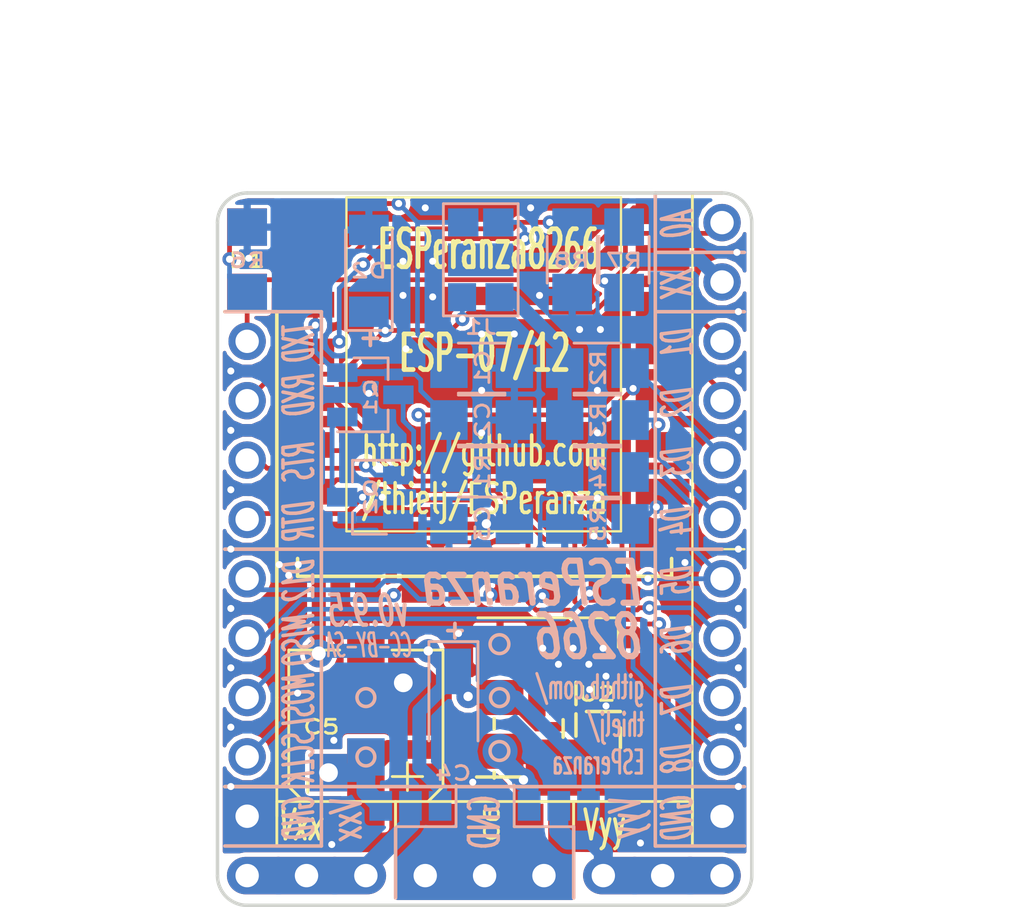
<source format=kicad_pcb>
(kicad_pcb (version 4) (host pcbnew 4.0.7)
  (layers (0 F.Cu mixed) (31 B.Cu mixed) (34 B.Paste user hide) (35 F.Paste user hide) (36 B.SilkS user) (37 F.SilkS user) (38 B.Mask user) (39 F.Mask user) (44 Edge.Cuts user))
  (net 0 "")
  (net 1 /RST)
  (net 2 GND)
  (net 3 VDC)
  (net 4 +3V3)
  (net 5 "Net-(D1-Pad1)")
  (net 6 /IO16)
  (net 7 /RTS)
  (net 8 /DTR)
  (net 9 /SCLK)
  (net 10 /MISO)
  (net 11 /MOSI)
  (net 12 /EN)
  (net 13 /ADC)
  (net 14 "Net-(U1-Pad17)")
  (net 15 A0)
  (net 16 D1)
  (net 17 D2)
  (net 18 D3)
  (net 19 D4)
  (net 20 D5)
  (net 21 D6)
  (net 22 D7)
  (net 23 D8)
  (net 24 XD)
  (net 25 /Vxx)
  (net 26 /Vyy)
  (net 27 TXD)
  (net 28 RXD)
  (net 29 /IO10)
  (net 30 /IO9)
  (module GS4-SQUARE (layer B.Cu) (at 86.195 50.6475)
    (fp_text reference J1 (at -0.0001 2.0829) (layer B.SilkS) (effects (font (size 0.6 0.8) (thickness 0.12)) (justify mirror)))
    (fp_text value GS1)
    (pad 1 smd rect (at -0.75 -2.4) (size 1.3 1.2) (layers B.Cu B.Paste B.Mask) (net 1 /RST))
    (pad 3 smd rect (at 0.75 -2.4) (size 1.3 1.2) (layers B.Cu B.Paste B.Mask) (net 6 /IO16))
    (pad 2 smd rect (at 0.8 0.8) (size 1.2 1.2) (layers B.Cu B.Mask) (net 4 +3V3))
    (pad 5 smd rect (at -0.8 0.8) (size 1.2 1.2) (layers B.Cu B.Mask) (net 28 RXD))
    (pad 4 smd rect (at 0 -0.8) (size 2.8 1.4) (layers B.Cu B.Paste B.Mask) (net 24 XD))
  )
  (module PERSONAL:VIA-0.6mm (layer F.Cu) (at 86.233 53.0225)
    (fp_text reference VIA** hide)
    (fp_text value VIA-0.6mm hide)
    (pad "" thru_hole circle (at 0 0) (size 0.6 0.6) (drill 0.3) (layers *.Cu) (net 2 GND))
  )
  (module PERSONAL:VIA-0.6mm (layer F.Cu) (at 84.1375 51.435)
    (fp_text reference VIA** hide)
    (fp_text value VIA-0.6mm hide)
    (pad "" thru_hole circle (at 0 0) (size 0.6 0.6) (drill 0.3) (layers *.Cu) (net 2 GND))
  )
  (module PERSONAL:VIA-0.6mm (layer F.Cu) (at 84.1375 49.911)
    (fp_text reference VIA** hide)
    (fp_text value VIA-0.6mm hide)
    (pad "" thru_hole circle (at 0 0) (size 0.6 0.6) (drill 0.3) (layers *.Cu) (net 2 GND))
  )
  (module PERSONAL:SMD_1206_0805_Universal (layer B.Cu) (at 76.2 49.8505 90)
    (fp_text reference R6 (at -0.0224 0 180) (layer B.SilkS) (effects (font (size 0.6 0.8) (thickness 0.12)) (justify mirror)))
    (fp_text value 1k)
    (pad 1 smd rect (at -1.4 0 90) (size 1.6 1.7) (layers B.Cu B.Paste B.Mask) (net 5 "Net-(D1-Pad1)"))
    (pad 2 smd rect (at 1.4 0 90) (size 1.6 1.7) (layers B.Cu B.Paste B.Mask) (net 2 GND))
  )
  (module Connectors:GS3 (layer B.Cu) (at 89.535 73.2155 270)
    (fp_text reference J4 hide)
    (fp_text value GS4)
    (pad 1 smd rect (at 0 1.27 270) (size 1.27 0.97) (layers B.Cu B.Mask) (net 3 VDC))
    (pad 2 smd rect (at 0 0 270) (size 1.27 0.97) (layers B.Cu B.Paste B.Mask) (net 26 /Vyy))
    (pad 3 smd rect (at 0 -1.27 270) (size 1.27 0.97) (layers B.Cu B.Paste B.Mask) (net 4 +3V3))
  )
  (module Connectors:GS3 (layer B.Cu) (at 83.185 73.2155 270)
    (fp_text reference J3 hide)
    (fp_text value GS3)
    (pad 1 smd rect (at 0 1.27 270) (size 1.27 0.97) (layers B.Cu B.Paste B.Mask) (net 3 VDC))
    (pad 2 smd rect (at 0 0 270) (size 1.27 0.97) (layers B.Cu B.Paste B.Mask) (net 25 /Vxx))
    (pad 3 smd rect (at 0 -1.27 270) (size 1.27 0.97) (layers B.Cu B.Mask) (net 4 +3V3))
  )
  (module PERSONAL:VIA-0.6mm (layer F.Cu) (at 77.978 63.3476)
    (fp_text reference VIA** hide)
    (fp_text value VIA-0.6mm hide)
    (pad "" thru_hole circle (at 0 0) (size 0.6 0.6) (drill 0.3) (layers *.Cu) (net 2 GND))
  )
  (module PERSONAL:VIA-0.6mm (layer F.Cu) (at 91.186 60.0456)
    (fp_text reference VIA** hide)
    (fp_text value VIA-0.6mm hide)
    (pad "" thru_hole circle (at 0 0) (size 0.6 0.6) (drill 0.3) (layers *.Cu) (net 2 GND))
  )
  (module PERSONAL:VIA-0.6mm (layer F.Cu) (at 77.5716 62.8904)
    (fp_text reference VIA** hide)
    (fp_text value VIA-0.6mm hide)
    (pad "" thru_hole circle (at 0 0) (size 0.6 0.6) (drill 0.3) (layers *.Cu) (net 2 GND))
  )
  (module ESP-12E_SMD_Tight (layer F.Cu) (at 79.374019 47.77)
    (fp_text reference U1 hide)
    (fp_text value ESP-12E hide)
    (pad 1 smd rect (at 0 0) (size 2.3 1.1) (drill (offset -0.6 0)) (layers F.Cu F.Paste F.Mask) (net 1 /RST))
    (pad 2 smd rect (at 0 2) (size 2.3 1.1) (drill (offset -0.6 0)) (layers F.Cu F.Paste F.Mask) (net 13 /ADC))
    (pad 3 smd rect (at 0 4) (size 2.3 1.1) (drill (offset -0.6 0)) (layers F.Cu F.Paste F.Mask) (net 12 /EN))
    (pad 4 smd rect (at 0 6) (size 2.3 1.1) (drill (offset -0.6 0)) (layers F.Cu F.Paste F.Mask) (net 6 /IO16))
    (pad 5 smd rect (at 0 8) (size 2.3 1.1) (drill (offset -0.6 0)) (layers F.Cu F.Paste F.Mask) (net 20 D5))
    (pad 6 smd rect (at 0 10) (size 2.3 1.1) (drill (offset -0.6 0)) (layers F.Cu F.Paste F.Mask) (net 21 D6))
    (pad 7 smd rect (at 0 12) (size 2.3 1.1) (drill (offset -0.6 0)) (layers F.Cu F.Paste F.Mask) (net 22 D7))
    (pad 8 smd rect (at 0 14) (size 2.3 1.1) (drill (offset -0.6 0)) (layers F.Cu F.Paste F.Mask) (net 4 +3V3))
    (pad 9 smd rect (at 14 14) (size 2.3 1.1) (drill (offset 0.6 0)) (layers F.Cu F.Paste F.Mask) (net 2 GND))
    (pad 10 smd rect (at 14 12) (size 2.3 1.1) (drill (offset 0.6 0)) (layers F.Cu F.Paste F.Mask) (net 23 D8))
    (pad 11 smd rect (at 14 10) (size 2.3 1.1) (drill (offset 0.6 0)) (layers F.Cu F.Paste F.Mask) (net 19 D4))
    (pad 12 smd rect (at 14 8) (size 2.3 1.1) (drill (offset 0.6 0)) (layers F.Cu F.Paste F.Mask) (net 18 D3))
    (pad 13 smd rect (at 14 6) (size 2.3 1.1) (drill (offset 0.6 0)) (layers F.Cu F.Paste F.Mask) (net 17 D2))
    (pad 14 smd rect (at 14 4) (size 2.3 1.1) (drill (offset 0.6 0)) (layers F.Cu F.Paste F.Mask) (net 16 D1))
    (pad 15 smd rect (at 14 2) (size 2.3 1.1) (drill (offset 0.6 0)) (layers F.Cu F.Paste F.Mask) (net 28 RXD))
    (pad 16 smd rect (at 14 0) (size 2.3 1.1) (drill (offset 0.6 0)) (layers F.Cu F.Paste F.Mask) (net 27 TXD))
    (pad 17 smd rect (at 1.99 15 90) (size 2.3 1.1) (drill (offset -0.6 0)) (layers F.Cu F.Paste F.Mask) (net 14 "Net-(U1-Pad17)"))
    (pad 18 smd rect (at 3.99 15 90) (size 2.3 1.1) (drill (offset -0.6 0)) (layers F.Cu F.Paste F.Mask) (net 10 /MISO))
    (pad 19 smd rect (at 5.99 15 90) (size 2.3 1.1) (drill (offset -0.6 0)) (layers F.Cu F.Paste F.Mask) (net 30 /IO9))
    (pad 20 smd rect (at 7.99 15 90) (size 2.3 1.1) (drill (offset -0.6 0)) (layers F.Cu F.Paste F.Mask) (net 29 /IO10))
    (pad 21 smd rect (at 9.99 15 90) (size 2.3 1.1) (drill (offset -0.6 0)) (layers F.Cu F.Paste F.Mask) (net 11 /MOSI))
    (pad 22 smd rect (at 11.99 15 90) (size 2.3 1.1) (drill (offset -0.6 0)) (layers F.Cu F.Paste F.Mask) (net 9 /SCLK))
  )
  (module PERSONAL:VIA-0.6mm (layer F.Cu) (at 91.5543 68.9356)
    (fp_text reference VIA** hide)
    (fp_text value VIA-0.6mm hide)
    (pad "" thru_hole circle (at 0 0) (size 0.6 0.6) (drill 0.3) (layers *.Cu) (net 2 GND))
  )
  (module PERSONAL:VIA-0.6mm (layer F.Cu) (at 91.5543 67.6656)
    (fp_text reference VIA** hide)
    (fp_text value VIA-0.6mm hide)
    (pad "" thru_hole circle (at 0 0) (size 0.6 0.6) (drill 0.3) (layers *.Cu) (net 2 GND))
  )
  (module PERSONAL:VIA-0.6mm (layer F.Cu) (at 81.9785 60.0075)
    (fp_text reference VIA** hide)
    (fp_text value VIA-0.6mm hide)
    (pad "" thru_hole circle (at 0 0) (size 0.6 0.6) (drill 0.3) (layers *.Cu) (net 2 GND))
  )
  (module PERSONAL:VIA-0.6mm (layer F.Cu) (at 88.7095 51.3715)
    (fp_text reference VIA** hide)
    (fp_text value VIA-0.6mm hide)
    (pad "" thru_hole circle (at 0 0) (size 0.6 0.6) (drill 0.3) (layers *.Cu) (net 2 GND))
  )
  (module PERSONAL:VIA-0.6mm (layer F.Cu) (at 97.155 49.53)
    (fp_text reference VIA** hide)
    (fp_text value VIA-0.6mm hide)
    (pad "" thru_hole circle (at 0 0) (size 0.6 0.6) (drill 0.3) (layers *.Cu) (net 2 GND))
  )
  (module PERSONAL:VIA-0.6mm (layer F.Cu) (at 82.8675 51.3715)
    (fp_text reference VIA** hide)
    (fp_text value VIA-0.6mm hide)
    (pad "" thru_hole circle (at 0 0) (size 0.6 0.6) (drill 0.3) (layers *.Cu) (net 2 GND))
  )
  (module PERSONAL:VIA-0.6mm (layer F.Cu) (at 91.0336 61.6712)
    (fp_text reference VIA** hide)
    (fp_text value VIA-0.6mm hide)
    (pad "" thru_hole circle (at 0 0) (size 0.6 0.6) (drill 0.3) (layers *.Cu) (net 2 GND))
  )
  (module PERSONAL:VIA-0.6mm (layer F.Cu) (at 85.852 72.1995)
    (fp_text reference VIA** hide)
    (fp_text value VIA-0.6mm hide)
    (pad "" thru_hole circle (at 0 0) (size 0.6 0.6) (drill 0.3) (layers *.Cu) (net 2 GND))
  )
  (module PERSONAL:VIA-0.6mm (layer F.Cu) (at 81.407 55.5625)
    (fp_text reference VIA** hide)
    (fp_text value VIA-0.6mm hide)
    (pad "" thru_hole circle (at 0 0) (size 0.6 0.6) (drill 0.3) (layers *.Cu) (net 2 GND))
  )
  (module PERSONAL:VIA-0.6mm (layer F.Cu) (at 86.233 55.4355)
    (fp_text reference VIA** hide)
    (fp_text value VIA-0.6mm hide)
    (pad "" thru_hole circle (at 0 0) (size 0.6 0.6) (drill 0.3) (layers *.Cu) (net 2 GND))
  )
  (module PERSONAL:VIA-0.6mm (layer F.Cu) (at 82.8675 49.911)
    (fp_text reference VIA** hide)
    (fp_text value VIA-0.6mm hide)
    (pad "" thru_hole circle (at 0 0) (size 0.6 0.6) (drill 0.3) (layers *.Cu) (net 2 GND))
  )
  (module PERSONAL:VIA-0.6mm (layer F.Cu) (at 83.82 47.625)
    (fp_text reference VIA** hide)
    (fp_text value VIA-0.6mm hide)
    (pad "" thru_hole circle (at 0 0) (size 0.6 0.6) (drill 0.3) (layers *.Cu) (net 2 GND))
  )
  (module PERSONAL:VIA-0.6mm (layer F.Cu) (at 90.424 52.832)
    (fp_text reference VIA** hide)
    (fp_text value VIA-0.6mm hide)
    (pad "" thru_hole circle (at 0 0) (size 0.6 0.6) (drill 0.3) (layers *.Cu) (net 2 GND))
  )
  (module PERSONAL:VIA-0.6mm (layer F.Cu) (at 88.3285 47.625)
    (fp_text reference VIA** hide)
    (fp_text value VIA-0.6mm hide)
    (pad "" thru_hole circle (at 0 0) (size 0.6 0.6) (drill 0.3) (layers *.Cu) (net 2 GND))
  )
  (module PERSONAL:SMD_1206_0805_Universal (layer B.Cu) (at 86.233 56.7055)
    (fp_text reference C2 (at 0.0381 -0.0127 90) (layer B.SilkS) (effects (font (size 0.6 0.8) (thickness 0.12)) (justify mirror)))
    (fp_text value 100nF)
    (pad 1 smd rect (at -1.4 0) (size 1.6 1.7) (layers B.Cu B.Paste B.Mask) (net 12 /EN))
    (pad 2 smd rect (at 1.4 0) (size 1.6 1.7) (layers B.Cu B.Paste B.Mask) (net 2 GND))
  )
  (module Pin_Headers:Pin_Header_Angled_1x01_Pitch2.54mm (layer F.Cu) (at 96.52 73.66)
    (fp_text reference J18 hide)
    (fp_text value Conn_01x01_Male)
    (pad 1 thru_hole rect (at 0 0) (size 1.6 1.6) (drill 1) (layers *.Cu *.Mask) (net 2 GND))
  )
  (module Pin_Headers:Pin_Header_Angled_1x12_Pitch2.54mm (layer F.Cu) (at 96.519019 48.256886)
    (fp_text reference J11 hide)
    (fp_text value Conn_01x10_Male hide)
    (pad 1 thru_hole circle (at 0 0) (size 1.6 1.6) (drill 1) (layers *.Cu *.Mask) (net 15 A0))
    (pad 2 thru_hole circle (at 0 2.54) (size 1.6 1.6) (drill 1) (layers *.Cu *.Mask) (net 24 XD))
    (pad 3 thru_hole circle (at 0 5.08) (size 1.6 1.6) (drill 1) (layers *.Cu *.Mask) (net 16 D1))
    (pad 4 thru_hole circle (at 0 7.62) (size 1.6 1.6) (drill 1) (layers *.Cu *.Mask) (net 17 D2))
    (pad 5 thru_hole circle (at 0 10.16) (size 1.6 1.6) (drill 1) (layers *.Cu *.Mask) (net 18 D3))
    (pad 6 thru_hole circle (at 0 12.7) (size 1.6 1.6) (drill 1) (layers *.Cu *.Mask) (net 19 D4))
    (pad 7 thru_hole circle (at 0 15.24) (size 1.6 1.6) (drill 1) (layers *.Cu *.Mask) (net 20 D5))
    (pad 8 thru_hole circle (at 0 17.78) (size 1.6 1.6) (drill 1) (layers *.Cu *.Mask) (net 21 D6))
    (pad 9 thru_hole circle (at 0 20.32) (size 1.6 1.6) (drill 1) (layers *.Cu *.Mask) (net 22 D7))
    (pad 10 thru_hole circle (at 0 22.86) (size 1.6 1.6) (drill 1) (layers *.Cu *.Mask) (net 23 D8))
  )
  (module PERSONAL:VIA-0.6mm (layer F.Cu) (at 78.3844 62.8904)
    (fp_text reference VIA** hide)
    (fp_text value VIA-0.6mm hide)
    (pad "" thru_hole circle (at 0 0) (size 0.6 0.6) (drill 0.3) (layers *.Cu) (net 2 GND))
  )
  (module PERSONAL:VIA-0.6mm (layer F.Cu) (at 91.313 52.832)
    (fp_text reference VIA** hide)
    (fp_text value VIA-0.6mm hide)
    (pad "" thru_hole circle (at 0 0) (size 0.6 0.6) (drill 0.3) (layers *.Cu) (net 2 GND))
  )
  (module PERSONAL:VIA-0.6mm (layer F.Cu) (at 86.233 57.2516)
    (fp_text reference VIA** hide)
    (fp_text value VIA-0.6mm hide)
    (pad "" thru_hole circle (at 0 0) (size 0.6 0.6) (drill 0.3) (layers *.Cu) (net 2 GND))
  )
  (module PERSONAL:VIA-0.6mm (layer F.Cu) (at 76.2635 49.784)
    (fp_text reference VIA** hide)
    (fp_text value VIA-0.6mm hide)
    (pad "" thru_hole circle (at 0 0) (size 0.6 0.6) (drill 0.3) (layers *.Cu) (net 2 GND))
  )
  (module PERSONAL:VIA-0.6mm (layer F.Cu) (at 82.9945 53.6575)
    (fp_text reference VIA** hide)
    (fp_text value VIA-0.6mm hide)
    (pad "" thru_hole circle (at 0 0) (size 0.6 0.6) (drill 0.3) (layers *.Cu) (net 2 GND))
  )
  (module AMS1117+HT73xx+SOT23 (layer F.Cu) (at 90.169019 68.576886)
    (fp_text reference U2 (at 1 -0.15) (layer F.SilkS) (effects (font (size 0.6 0.8) (thickness 0.12))))
    (fp_text value NCP1117-3.3)
    (pad 2 smd rect (at -1.94 0.87 315) (size 1.2 0.4) (layers F.Cu F.Mask) (net 4 +3V3))
    (pad 2 smd rect (at 0.3 1.25) (size 3.9 0.4) (layers F.Cu F.Mask) (net 4 +3V3))
    (pad 1 smd rect (at -0.65 0 90) (size 1.5 0.8) (layers F.Cu F.Mask) (net 2 GND))
    (pad 2 smd rect (at -3.15 0) (size 2 1.5) (layers F.Cu F.Paste F.Mask) (net 4 +3V3))
    (pad 3 smd rect (at -2.1 2.1) (size 0.3 0.3) (layers F.Cu F.Mask) (net 3 VDC))
    (pad 3 smd rect (at -2.1 2.7) (size 0.3 0.3) (layers F.Cu F.Mask) (net 3 VDC))
    (pad 3 smd rect (at -0.3 3) (size 3.5 2.4) (layers F.Cu F.Mask) (net 3 VDC))
    (pad 1 smd rect (at 3.15 4.55) (size 2 0.9) (layers F.Cu F.Mask) (net 2 GND))
    (pad 2 smd rect (at 3.15 0) (size 2 3.8) (layers F.Cu F.Paste F.Mask) (net 4 +3V3))
    (pad 3 smd rect (at -3.15 2.3) (size 2 1.5) (layers F.Cu F.Paste F.Mask) (net 3 VDC))
    (pad 1 smd rect (at -3.15 -2.3) (size 2 1.5) (layers F.Cu F.Paste F.Mask) (net 2 GND))
    (pad 3 smd rect (at 1.8 3) (size 1.2 0.9) (layers F.Cu F.Mask) (net 3 VDC))
    (pad 3 smd rect (at 3.15 3) (size 2 0.9) (layers F.Cu F.Mask) (net 3 VDC))
    (pad 3 smd rect (at 1.45 3.45 45) (size 0.9 0.9) (layers F.Cu F.Mask) (net 3 VDC))
    (pad 3 smd rect (at 1.45 2.55 45) (size 0.9 0.9) (layers F.Cu F.Mask) (net 3 VDC))
  )
  (module PERSONAL:GroundPad_01x03 (layer F.Cu) (at 83.819019 76.196886)
    (fp_text reference J15 hide)
    (fp_text value Conn_01x03)
    (pad 1 thru_hole rect (at 0 0 90) (size 1.6 3) (drill 1 (offset 0 0.635)) (layers *.Cu *.Mask) (net 2 GND))
    (pad 2 thru_hole rect (at 2.54 0 90) (size 1.6 3) (drill 1) (layers *.Cu *.Mask) (net 2 GND))
    (pad 3 thru_hole rect (at 5.08 0 90) (size 1.6 3) (drill 1 (offset 0 -0.635)) (layers *.Cu *.Mask) (net 2 GND))
  )
  (module PERSONAL:VIA-0.6mm (layer F.Cu) (at 79.8195 74.8665)
    (fp_text reference VIA** hide)
    (fp_text value VIA-0.6mm hide)
    (pad "" thru_hole circle (at 0 0) (size 0.6 0.6) (drill 0.3) (layers *.Cu) (net 2 GND))
  )
  (module PERSONAL:VIA-0.6mm (layer F.Cu) (at 93.0275 74.803)
    (fp_text reference VIA** hide)
    (fp_text value VIA-0.6mm hide)
    (pad "" thru_hole circle (at 0 0) (size 0.6 0.6) (drill 0.3) (layers *.Cu) (net 2 GND))
  )
  (module PERSONAL:VIA-0.6mm (layer F.Cu) (at 95.0595 65.659)
    (fp_text reference VIA** hide)
    (fp_text value VIA-0.6mm hide)
    (pad "" thru_hole circle (at 0 0) (size 0.6 0.6) (drill 0.3) (layers *.Cu) (net 2 GND))
  )
  (module PERSONAL:VIA-0.6mm (layer F.Cu) (at 91.4273 66.4718)
    (fp_text reference VIA** hide)
    (fp_text value VIA-0.6mm hide)
    (pad "" thru_hole circle (at 0 0) (size 0.6 0.6) (drill 0.3) (layers *.Cu) (net 2 GND))
  )
  (module PERSONAL:VIA-0.6mm (layer F.Cu) (at 79.9084 70.4088)
    (fp_text reference VIA** hide)
    (fp_text value VIA-0.6mm hide)
    (pad "" thru_hole circle (at 0 0) (size 0.6 0.6) (drill 0.3) (layers *.Cu) (net 2 GND))
  )
  (module PERSONAL:VIA-0.6mm (layer F.Cu) (at 94.9325 62.8015)
    (fp_text reference VIA** hide)
    (fp_text value VIA-0.6mm hide)
    (pad "" thru_hole circle (at 0 0) (size 0.6 0.6) (drill 0.3) (layers *.Cu) (net 2 GND))
  )
  (module PERSONAL:VIA-0.6mm (layer F.Cu) (at 87.63 53.0225)
    (fp_text reference VIA** hide)
    (fp_text value VIA-0.6mm hide)
    (pad "" thru_hole circle (at 0 0) (size 0.6 0.6) (drill 0.3) (layers *.Cu) (net 2 GND))
  )
  (module PERSONAL:VIA-0.6mm (layer F.Cu) (at 78.359 68.3895)
    (fp_text reference VIA** hide)
    (fp_text value VIA-0.6mm hide)
    (pad "" thru_hole circle (at 0 0) (size 0.6 0.6) (drill 0.3) (layers *.Cu) (net 2 GND))
  )
  (module PERSONAL:VIA-0.6mm (layer F.Cu) (at 91.186 57.2516)
    (fp_text reference VIA** hide)
    (fp_text value VIA-0.6mm hide)
    (pad "" thru_hole circle (at 0 0) (size 0.6 0.6) (drill 0.3) (layers *.Cu) (net 2 GND))
  )
  (module PowerPad_01x03_L (layer F.Cu) (at 78.739019 76.196886)
    (fp_text reference J14 hide)
    (fp_text value Conn_01x02)
    (pad 2 thru_hole oval (at 0 0 90) (size 1.6 4) (drill 1) (layers *.Cu *.Mask) (net 25 /Vxx))
    (pad 3 thru_hole oval (at 2.54 0 90) (size 1.6 3) (drill 1 (offset 0 -0.635)) (layers *.Cu *.Mask) (net 25 /Vxx))
    (pad 1 thru_hole oval (at -2.54 0 90) (size 1.6 3) (drill 1 (offset 0 0.635)) (layers *.Cu *.Mask) (net 25 /Vxx))
  )
  (module PowerPad_01x03_R (layer F.Cu) (at 91.439019 76.196886)
    (fp_text reference J16 hide)
    (fp_text value Conn_01x02)
    (pad 1 thru_hole oval (at 0 0 90) (size 1.6 3) (drill 1 (offset 0 0.635)) (layers *.Cu *.Mask) (net 26 /Vyy))
    (pad 2 thru_hole oval (at 2.54 0 90) (size 1.6 4) (drill 1) (layers *.Cu *.Mask) (net 26 /Vyy))
    (pad 3 thru_hole oval (at 5.08 0 90) (size 1.6 3) (drill 1 (offset 0 -0.6985)) (layers *.Cu *.Mask) (net 26 /Vyy))
  )
  (module Pin_Header_Unpopulated_1x01_Pitch2.54mm_Drill1mm_Pad1.6mm (layer F.Cu) (at 76.199019 73.656886 270)
    (fp_text reference J17 hide)
    (fp_text value Conn_01x02 hide)
    (pad 1 thru_hole rect (at 0 0 270) (size 1.6 1.6) (drill 1) (layers *.Cu *.Mask) (net 2 GND))
  )
  (module SOT-23_with_DS_solder_bridge (layer B.Cu) (at 81.464 60.0075 180)
    (fp_text reference Q2 (at -0.0192 0.0127 270) (layer B.SilkS) (effects (font (size 0.5 0.8) (thickness 0.12)) (justify mirror)))
    (fp_text value BSS138)
    (pad 2 smd rect (at 0 -0.95 180) (size 1.2 0.3) (layers B.Cu) (net 18 D3))
    (pad 2 smd rect (at 1 -0.875 180) (size 0.8 0.5) (layers B.Cu B.Mask) (net 18 D3))
    (pad 1 smd rect (at -1.2 0.95 180) (size 1.3 0.8) (layers B.Cu B.Paste B.Mask) (net 7 /RTS))
    (pad 2 smd rect (at -1.2 -0.95 180) (size 1.3 0.8) (layers B.Cu B.Paste B.Mask) (net 18 D3))
    (pad 3 smd rect (at 1.2 0 180) (size 1.3 0.8) (layers B.Cu B.Paste B.Mask) (net 8 /DTR))
  )
  (module CP_Radial_P2.50mm_P5.00mm_PTH_Overlay (layer F.Cu) (at 81.28 71.12 90)
    (fp_text reference REF** hide)
    (fp_text value CP_Radial_D10.0mm_P2.50mm_P5.00mm hide)
    (pad 1 smd rect (at 0 0 90) (size 1.6 1.6) (layers *.Mask B.Cu) (net 3 VDC))
    (pad 2 smd circle (at 2.54 0 90) (size 1.6 1.6) (layers *.Mask B.Cu) (net 2 GND))
    (pad 1 thru_hole rect (at -0.670937 -1.6 90) (size 1.6 1.6) (drill 0.8) (layers *.Cu *.Mask) (net 3 VDC))
    (pad 2 thru_hole circle (at 3.170937 1.6 90) (size 1.6 1.6) (drill 0.8) (layers *.Cu *.Mask) (net 2 GND))
  )
  (module PERSONAL:CP_Elec_6.3x5.3_Universal (layer F.Cu) (at 81.279019 69.846886 90)
    (fp_text reference C5 (at 0.009586 -1.904019 180) (layer F.SilkS) (effects (font (size 0.6 0.8) (thickness 0.12))))
    (fp_text value 10uF)
    (fp_text user + (at -2.54 -2.54 90) (layer F.SilkS) (effects (font (size 0.75 0.65) (thickness 0.12))))
    (pad 1 smd rect (at -2.4 0 270) (size 3.8 1.6) (layers F.Cu F.Paste F.Mask) (net 3 VDC))
    (pad 2 smd rect (at 2.4 0 270) (size 3.8 1.6) (layers F.Cu F.Paste F.Mask) (net 2 GND))
  )
  (module AMS1117+BOTTOM-PADS (layer F.Cu) (at 90.17 68.58)
    (fp_text reference VR** hide)
    (fp_text value AMS1117-BOTTOM-PADS)
    (pad 2 smd oval (at -3.15 0) (size 1.5 1.5) (layers B.Cu B.Mask) (net 4 +3V3))
    (pad 3 smd oval (at -3.15 2.3) (size 1.5 1.5) (layers B.Cu B.Mask) (net 3 VDC))
    (pad 1 smd rect (at -3.15 -2.3) (size 1.5 1.5) (layers B.Cu B.Mask) (net 2 GND))
  )
  (module PERSONAL:SMD_1206_0805_Universal (layer B.Cu) (at 86.233 61.1505 180)
    (fp_text reference C3 (at -0.0381 0.0127 270) (layer B.SilkS) (effects (font (size 0.6 0.8) (thickness 0.12)) (justify mirror)))
    (fp_text value 100nF)
    (pad 1 smd rect (at -1.4 0 180) (size 1.6 1.7) (layers B.Cu B.Paste B.Mask) (net 4 +3V3))
    (pad 2 smd rect (at 1.4 0 180) (size 1.6 1.7) (layers B.Cu B.Paste B.Mask) (net 2 GND))
  )
  (module PERSONAL:SMD_1206_0805_Universal (layer F.Cu) (at 86.676519 73.974386 180)
    (fp_text reference C6 (at 0 0 270) (layer F.SilkS) (effects (font (size 0.6 0.8) (thickness 0.12))))
    (fp_text value 100nF)
    (pad 1 smd rect (at -1.4 0 180) (size 1.6 1.7) (layers F.Cu F.Paste F.Mask) (net 3 VDC))
    (pad 2 smd rect (at 1.4 0 180) (size 1.6 1.7) (layers F.Cu F.Paste F.Mask) (net 2 GND))
  )
  (module PERSONAL:SMD_1206_0805_Universal (layer F.Cu) (at 76.193 49.8445 270)
    (fp_text reference D1 (at 0.0284 0.0057 360) (layer F.SilkS) (effects (font (size 0.6 0.8) (thickness 0.12))))
    (fp_text value LED hide)
    (pad 1 smd rect (at -1.4 0 270) (size 1.6 1.7) (layers F.Cu F.Paste F.Mask) (net 5 "Net-(D1-Pad1)"))
    (pad 2 smd rect (at 1.4 0 270) (size 1.6 1.7) (layers F.Cu F.Paste F.Mask) (net 27 TXD))
  )
  (module Socket_Strips:Socket_Strip_Angled_1x04_Pitch2.54mm (layer F.Cu) (at 76.199019 63.496886)
    (fp_text reference J13 hide)
    (fp_text value Conn_01x04)
    (pad 1 thru_hole circle (at 0 0) (size 1.6 1.6) (drill 1) (layers *.Cu *.Mask) (net 29 /IO10))
    (pad 2 thru_hole circle (at 0 2.54) (size 1.6 1.6) (drill 1) (layers *.Cu *.Mask) (net 10 /MISO))
    (pad 3 thru_hole circle (at 0 5.08) (size 1.6 1.6) (drill 1) (layers *.Cu *.Mask) (net 11 /MOSI))
    (pad 4 thru_hole circle (at 0 7.62) (size 1.6 1.6) (drill 1) (layers *.Cu *.Mask) (net 9 /SCLK))
  )
  (module Socket_Strips:Socket_Strip_Angled_1x04_Pitch2.54mm (layer F.Cu) (at 76.199019 53.336886)
    (fp_text reference J12 hide)
    (fp_text value Conn_01x04)
    (pad 1 thru_hole circle (at 0 0) (size 1.6 1.6) (drill 1) (layers *.Cu *.Mask) (net 27 TXD))
    (pad 2 thru_hole circle (at 0 2.54) (size 1.6 1.6) (drill 1) (layers *.Cu *.Mask) (net 28 RXD))
    (pad 3 thru_hole circle (at 0 5.08) (size 1.6 1.6) (drill 1) (layers *.Cu *.Mask) (net 7 /RTS))
    (pad 4 thru_hole circle (at 0 7.62) (size 1.6 1.6) (drill 1) (layers *.Cu *.Mask) (net 8 /DTR))
  )
  (module PERSONAL:VIA-0.6mm (layer F.Cu) (at 75.500519 54.606886)
    (fp_text reference VIA** hide)
    (fp_text value VIA-0.6mm hide)
    (pad "" thru_hole circle (at 0 0) (size 0.6 0.6) (drill 0.3) (layers *.Cu) (net 2 GND))
  )
  (module PERSONAL:VIA-0.6mm (layer F.Cu) (at 75.500519 57.146886)
    (fp_text reference VIA** hide)
    (fp_text value VIA-0.6mm hide)
    (pad "" thru_hole circle (at 0 0) (size 0.6 0.6) (drill 0.3) (layers *.Cu) (net 2 GND))
  )
  (module PERSONAL:VIA-0.6mm (layer F.Cu) (at 75.500519 59.686886)
    (fp_text reference VIA** hide)
    (fp_text value VIA-0.6mm hide)
    (pad "" thru_hole circle (at 0 0) (size 0.6 0.6) (drill 0.3) (layers *.Cu) (net 2 GND))
  )
  (module PERSONAL:VIA-0.6mm (layer F.Cu) (at 75.500519 62.226886)
    (fp_text reference VIA** hide)
    (fp_text value VIA-0.6mm hide)
    (pad "" thru_hole circle (at 0 0) (size 0.6 0.6) (drill 0.3) (layers *.Cu) (net 2 GND))
  )
  (module PERSONAL:VIA-0.6mm (layer F.Cu) (at 75.500519 64.766886)
    (fp_text reference VIA** hide)
    (fp_text value VIA-0.6mm hide)
    (pad "" thru_hole circle (at 0 0) (size 0.6 0.6) (drill 0.3) (layers *.Cu) (net 2 GND))
  )
  (module PERSONAL:VIA-0.6mm (layer F.Cu) (at 75.500519 67.306886)
    (fp_text reference VIA** hide)
    (fp_text value VIA-0.6mm hide)
    (pad "" thru_hole circle (at 0 0) (size 0.6 0.6) (drill 0.3) (layers *.Cu) (net 2 GND))
  )
  (module PERSONAL:VIA-0.6mm (layer F.Cu) (at 75.500519 69.846886)
    (fp_text reference VIA** hide)
    (fp_text value VIA-0.6mm hide)
    (pad "" thru_hole circle (at 0 0) (size 0.6 0.6) (drill 0.3) (layers *.Cu) (net 2 GND))
  )
  (module PERSONAL:VIA-0.6mm (layer F.Cu) (at 75.500519 72.386886)
    (fp_text reference VIA** hide)
    (fp_text value VIA-0.6mm hide)
    (pad "" thru_hole circle (at 0 0) (size 0.6 0.6) (drill 0.3) (layers *.Cu) (net 2 GND))
  )
  (module PERSONAL:VIA-0.6mm (layer F.Cu) (at 97.217519 72.386886)
    (fp_text reference VIA** hide)
    (fp_text value VIA-0.6mm hide)
    (pad "" thru_hole circle (at 0 0) (size 0.6 0.6) (drill 0.3) (layers *.Cu) (net 2 GND))
  )
  (module PERSONAL:VIA-0.6mm (layer F.Cu) (at 97.217519 69.846886)
    (fp_text reference VIA** hide)
    (fp_text value VIA-0.6mm hide)
    (pad "" thru_hole circle (at 0 0) (size 0.6 0.6) (drill 0.3) (layers *.Cu) (net 2 GND))
  )
  (module PERSONAL:VIA-0.6mm (layer F.Cu) (at 97.217519 67.306886)
    (fp_text reference VIA** hide)
    (fp_text value VIA-0.6mm hide)
    (pad "" thru_hole circle (at 0 0) (size 0.6 0.6) (drill 0.3) (layers *.Cu) (net 2 GND))
  )
  (module PERSONAL:VIA-0.6mm (layer F.Cu) (at 97.217519 64.766886)
    (fp_text reference VIA** hide)
    (fp_text value VIA-0.6mm hide)
    (pad "" thru_hole circle (at 0 0) (size 0.6 0.6) (drill 0.3) (layers *.Cu) (net 2 GND))
  )
  (module PERSONAL:VIA-0.6mm (layer F.Cu) (at 97.217519 62.226886)
    (fp_text reference VIA** hide)
    (fp_text value VIA-0.6mm hide)
    (pad "" thru_hole circle (at 0 0) (size 0.6 0.6) (drill 0.3) (layers *.Cu) (net 2 GND))
  )
  (module PERSONAL:VIA-0.6mm (layer F.Cu) (at 97.217519 59.686886)
    (fp_text reference VIA** hide)
    (fp_text value VIA-0.6mm hide)
    (pad "" thru_hole circle (at 0 0) (size 0.6 0.6) (drill 0.3) (layers *.Cu) (net 2 GND))
  )
  (module PERSONAL:VIA-0.6mm (layer F.Cu) (at 97.217519 57.146886)
    (fp_text reference VIA** hide)
    (fp_text value VIA-0.6mm hide)
    (pad "" thru_hole circle (at 0 0) (size 0.6 0.6) (drill 0.3) (layers *.Cu) (net 2 GND))
  )
  (module PERSONAL:VIA-0.6mm (layer F.Cu) (at 97.217519 54.606886)
    (fp_text reference VIA** hide)
    (fp_text value VIA-0.6mm hide)
    (pad "" thru_hole circle (at 0 0) (size 0.6 0.6) (drill 0.3) (layers *.Cu) (net 2 GND))
  )
  (module PERSONAL:VIA-0.6mm (layer F.Cu) (at 97.217519 52.066886)
    (fp_text reference VIA** hide)
    (fp_text value VIA-0.6mm hide)
    (pad "" thru_hole circle (at 0 0) (size 0.6 0.6) (drill 0.3) (layers *.Cu) (net 2 GND))
  )
  (module PERSONAL:VIA-0.6mm (layer F.Cu) (at 91.186 55.4355)
    (fp_text reference VIA** hide)
    (fp_text value VIA-0.6mm hide)
    (pad "" thru_hole circle (at 0 0) (size 0.6 0.6) (drill 0.3) (layers *.Cu) (net 2 GND))
  )
  (module PERSONAL:VIA-0.6mm (layer F.Cu) (at 89.519019 67.156886)
    (fp_text reference VIA** hide)
    (fp_text value VIA-0.6mm hide)
    (pad "" thru_hole circle (at 0 0) (size 0.6 0.6) (drill 0.3) (layers *.Cu) (net 2 GND))
  )
  (module PERSONAL:VIA-0.6mm (layer F.Cu) (at 88.845919 66.466486)
    (fp_text reference VIA** hide)
    (fp_text value VIA-0.6mm hide)
    (pad "" thru_hole circle (at 0 0) (size 0.6 0.6) (drill 0.3) (layers *.Cu) (net 2 GND))
  )
  (module PERSONAL:VIA-0.6mm (layer F.Cu) (at 90.145919 66.466486)
    (fp_text reference VIA** hide)
    (fp_text value VIA-0.6mm hide)
    (pad "" thru_hole circle (at 0 0) (size 0.6 0.6) (drill 0.3) (layers *.Cu) (net 2 GND))
  )
  (module PERSONAL:VIA-0.6mm (layer F.Cu) (at 90.819019 67.156886)
    (fp_text reference VIA** hide)
    (fp_text value VIA-0.6mm hide)
    (pad "" thru_hole circle (at 0 0) (size 0.6 0.6) (drill 0.3) (layers *.Cu) (net 2 GND))
  )
  (module PERSONAL:VIA-0.6mm (layer F.Cu) (at 90.8558 68.2371)
    (fp_text reference VIA** hide)
    (fp_text value VIA-0.6mm hide)
    (pad "" thru_hole circle (at 0 0) (size 0.6 0.6) (drill 0.3) (layers *.Cu) (net 2 GND))
  )
  (module PERSONAL:VIA-0.6mm (layer F.Cu) (at 85.2424 65.8368)
    (fp_text reference VIA** hide)
    (fp_text value VIA-0.6mm hide)
    (pad "" thru_hole circle (at 0 0) (size 0.6 0.6) (drill 0.3) (layers *.Cu) (net 2 GND))
  )
  (module PERSONAL:SMD_1206_0805_Universal (layer B.Cu) (at 90.1065 49.8445 270)
    (fp_text reference R8 (at 0.0284 0.0254 360) (layer B.SilkS) (effects (font (size 0.6 0.8) (thickness 0.12)) (justify mirror)))
    (fp_text value 100k)
    (pad 1 smd rect (at -1.4 0 270) (size 1.6 1.7) (layers B.Cu B.Paste B.Mask) (net 13 /ADC))
    (pad 2 smd rect (at 1.4 0 270) (size 1.6 1.7) (layers B.Cu B.Paste B.Mask) (net 2 GND))
  )
  (module PERSONAL:SMD_1206_0805_Universal (layer B.Cu) (at 86.233 58.928 180)
    (fp_text reference R1 (at -0.0381 0.0127 270) (layer B.SilkS) (effects (font (size 0.6 0.8) (thickness 0.12)) (justify mirror)))
    (fp_text value 10k)
    (pad 1 smd rect (at -1.4 0 180) (size 1.6 1.7) (layers B.Cu B.Paste B.Mask) (net 4 +3V3))
    (pad 2 smd rect (at 1.4 0 180) (size 1.6 1.7) (layers B.Cu B.Paste B.Mask) (net 12 /EN))
  )
  (module PERSONAL:SMD_1206_0805_Universal (layer B.Cu) (at 91.186 54.483)
    (fp_text reference R2 (at 0.0381 0 90) (layer B.SilkS) (effects (font (size 0.6 0.8) (thickness 0.12)) (justify mirror)))
    (fp_text value 10k)
    (pad 1 smd rect (at -1.4 0) (size 1.6 1.7) (layers B.Cu B.Paste B.Mask) (net 4 +3V3))
    (pad 2 smd rect (at 1.4 0) (size 1.6 1.7) (layers B.Cu B.Paste B.Mask) (net 18 D3))
  )
  (module PERSONAL:SMD_1206_0805_Universal (layer B.Cu) (at 91.186 56.7055)
    (fp_text reference R3 (at 0.0381 0 90) (layer B.SilkS) (effects (font (size 0.6 0.8) (thickness 0.12)) (justify mirror)))
    (fp_text value 4.7k)
    (pad 1 smd rect (at -1.4 0) (size 1.6 1.7) (layers B.Cu B.Mask) (net 4 +3V3))
    (pad 2 smd rect (at 1.4 0) (size 1.6 1.7) (layers B.Cu B.Mask) (net 19 D4))
  )
  (module PERSONAL:SMD_1206_0805_Universal (layer B.Cu) (at 91.186 58.928)
    (fp_text reference R4 (at 0.0381 0 90) (layer B.SilkS) (effects (font (size 0.6 0.8) (thickness 0.12)) (justify mirror)))
    (fp_text value 4.7k)
    (pad 1 smd rect (at -1.4 0) (size 1.6 1.7) (layers B.Cu B.Mask) (net 4 +3V3))
    (pad 2 smd rect (at 1.4 0) (size 1.6 1.7) (layers B.Cu B.Mask) (net 20 D5))
  )
  (module PERSONAL:SMD_1206_0805_Universal (layer B.Cu) (at 91.186 61.1505 180)
    (fp_text reference R5 (at -0.0381 0 270) (layer B.SilkS) (effects (font (size 0.6 0.8) (thickness 0.12)) (justify mirror)))
    (fp_text value 10k)
    (pad 1 smd rect (at -1.4 0 180) (size 1.6 1.7) (layers B.Cu B.Paste B.Mask) (net 23 D8))
    (pad 2 smd rect (at 1.4 0 180) (size 1.6 1.7) (layers B.Cu B.Paste B.Mask) (net 2 GND))
  )
  (module PERSONAL:SMD_1206_0805_Universal (layer B.Cu) (at 92.329 49.8475 90)
    (fp_text reference R7 (at -0.0381 0 180) (layer B.SilkS) (effects (font (size 0.6 0.8) (thickness 0.12)) (justify mirror)))
    (fp_text value 220k)
    (pad 1 smd rect (at -1.4 0 90) (size 1.6 1.7) (layers B.Cu B.Paste B.Mask) (net 15 A0))
    (pad 2 smd rect (at 1.4 0 90) (size 1.6 1.7) (layers B.Cu B.Paste B.Mask) (net 13 /ADC))
  )
  (module PERSONAL:SMD_1206_0805_Universal (layer B.Cu) (at 86.233 54.483)
    (fp_text reference C1 (at 0.0381 -0.0127 90) (layer B.SilkS) (effects (font (size 0.6 0.8) (thickness 0.12)) (justify mirror)))
    (fp_text value 100nF)
    (pad 1 smd rect (at -1.4 0) (size 1.6 1.7) (layers B.Cu B.Paste B.Mask) (net 1 /RST))
    (pad 2 smd rect (at 1.4 0) (size 1.6 1.7) (layers B.Cu B.Paste B.Mask) (net 2 GND))
  )
  (module Diodes_SMD:D_MiniMELF (layer B.Cu) (at 81.407 50.32 90)
    (fp_text reference D2 (at 0 0 180) (layer B.SilkS) (effects (font (size 0.6 0.8) (thickness 0.12)) (justify mirror)))
    (fp_text value 3.3V)
    (pad 1 smd rect (at -1.75 0 90) (size 1.3 1.7) (layers B.Cu B.Paste B.Mask) (net 28 RXD))
    (pad 2 smd rect (at 1.75 0 90) (size 1.3 1.7) (layers B.Cu B.Paste B.Mask) (net 2 GND))
  )
  (module Capacitors_Tantalum_SMD:CP_Tantalum_Case-A_EIA-3216-18_Reflow (layer B.Cu) (at 85.0265 68.834 270)
    (fp_text reference C4 (at 2.9845 0.0127 360) (layer B.SilkS) (effects (font (size 0.6 0.8) (thickness 0.12)) (justify mirror)))
    (fp_text value 10uF)
    (pad 1 smd rect (at -1.375 0 270) (size 1.95 1.5) (layers B.Cu B.Paste B.Mask) (net 4 +3V3))
    (pad 2 smd rect (at 1.375 0 270) (size 1.95 1.5) (layers B.Cu B.Paste B.Mask) (net 2 GND))
  )
  (module PERSONAL:SOT-23_with_DS_solder_bridge (layer B.Cu) (at 81.4705 55.626)
    (fp_text reference Q1 (at 0.0127 0.1016 90) (layer B.SilkS) (effects (font (size 0.5 0.8) (thickness 0.12)) (justify mirror)))
    (fp_text value BSS138)
    (pad 2 smd rect (at 0 -0.95) (size 1.2 0.3) (layers B.Cu) (net 12 /EN))
    (pad 2 smd rect (at 1 -0.875) (size 0.8 0.5) (layers B.Cu B.Mask) (net 12 /EN))
    (pad 1 smd rect (at -1.2 0.95) (size 1.3 0.8) (layers B.Cu B.Paste B.Mask) (net 8 /DTR))
    (pad 2 smd rect (at -1.2 -0.95) (size 1.3 0.8) (layers B.Cu B.Paste B.Mask) (net 12 /EN))
    (pad 3 smd rect (at 1.2 0) (size 1.3 0.8) (layers B.Cu B.Paste B.Mask) (net 7 /RTS))
  )
  (gr_text CC-BY-SA (at 83.3628 66.3448) (layer B.SilkS) (effects (font (size 1 0.45) (thickness 0.1125) italic) (justify left mirror)))
  (gr_text v0.9.5 (at 83.2612 64.8716) (layer B.SilkS) (effects (font (size 1.3 0.75) (thickness 0.175) italic) (justify left mirror)))
  (gr_text 8266 (at 93.3196 65.9892) (layer B.SilkS) (effects (font (size 1.8 1.2) (thickness 0.2625) italic) (justify left mirror)))
  (gr_text ESPeranza (at 93.3196 63.7032) (layer B.SilkS) (effects (font (size 1.8 1.2) (thickness 0.2625) italic) (justify left mirror)))
  (gr_text "http://github.com\n/thielj/ESPeranza" (at 86.36 59.055) (layer F.SilkS) (effects (font (size 1.27 0.762) (thickness 0.1524))))
  (gr_text ESPeranza8266 (at 86.5505 49.403) (layer F.SilkS) (effects (font (size 1.6256 0.8128) (thickness 0.2032))))
  (gr_text ESP-07/12 (at 86.36 53.848) (layer F.SilkS) (effects (font (size 1.524 0.8128) (thickness 0.2032))))
  (gr_text + (at 85.09 65.659) (layer B.SilkS) (effects (font (size 0.8 0.8) (thickness 0.16))))
  (gr_text + (at 81.4705 53.1495) (layer B.SilkS) (effects (font (size 0.8 0.8) (thickness 0.16))))
  (gr_text "github.com/\nthielj/\nESPeranza" (at 93.2688 69.7484) (layer B.SilkS) (effects (font (size 1 0.5) (thickness 0.125)) (justify left mirror)))
  (gr_line (start 79.375 52.07) (end 75.2475 52.07) (layer B.SilkS) (width 0.1524))
  (gr_line (start 79.375 62.23) (end 79.375 52.07) (layer B.SilkS) (width 0.1524))
  (gr_line (start 79.375 72.39) (end 75.2475 72.39) (layer B.SilkS) (width 0.1524))
  (gr_line (start 75.2475 62.23) (end 79.375 62.23) (layer B.SilkS) (width 0.1524))
  (gr_line (start 93.6625 73.025) (end 93.6625 74.93) (layer B.SilkS) (width 0.1524))
  (gr_line (start 79.375 73.025) (end 79.375 74.93) (layer B.SilkS) (width 0.1524))
  (gr_line (start 93.6625 74.93) (end 97.4725 74.93) (layer B.SilkS) (width 0.1524))
  (gr_line (start 90.17 74.1045) (end 90.17 77.1525) (layer B.SilkS) (width 0.1524))
  (gr_line (start 79.375 74.93) (end 75.2475 74.93) (layer B.SilkS) (width 0.1524))
  (gr_line (start 82.55 74.168) (end 82.55 77.1525) (layer B.SilkS) (width 0.1524))
  (gr_line (start 97.4725 72.39) (end 93.6625 72.39) (layer B.SilkS) (width 0.1524))
  (gr_line (start 96.52 62.23) (end 94.615 62.23) (layer B.SilkS) (width 0.1524))
  (gr_line (start 97.4725 52.07) (end 93.6625 52.07) (layer B.SilkS) (width 0.1524))
  (gr_line (start 97.4725 49.53) (end 93.6625 49.53) (layer B.SilkS) (width 0.1524))
  (gr_line (start 93.6625 46.99) (end 96.52 46.99) (layer B.SilkS) (width 0.1524))
  (gr_line (start 93.6625 63.1825) (end 93.6625 46.99) (layer B.SilkS) (width 0.1524))
  (gr_line (start 95.25 72.39) (end 97.4725 72.39) (angle 90) (layer F.SilkS) (width 0.1))
  (gr_line (start 95.25 62.23) (end 97.4725 62.23) (angle 90) (layer F.SilkS) (width 0.1))
  (gr_line (start 95.25 52.07) (end 97.4725 52.07) (angle 90) (layer F.SilkS) (width 0.1))
  (gr_line (start 95.25 49.53) (end 97.495064 49.53) (angle 90) (layer F.SilkS) (width 0.1))
  (gr_line (start 95.25 74.93) (end 95.25 46.99) (angle 90) (layer F.SilkS) (width 0.1))
  (gr_line (start 77.47 72.39) (end 75.2475 72.39) (angle 90) (layer F.SilkS) (width 0.1524))
  (gr_line (start 77.47 68.58) (end 77.47 72.39) (angle 90) (layer F.SilkS) (width 0.1524))
  (gr_line (start 77.47 62.23) (end 77.47 68.58) (angle 90) (layer F.SilkS) (width 0.1524))
  (gr_line (start 77.47 62.23) (end 75.2475 62.23) (angle 90) (layer F.SilkS) (width 0.1524))
  (gr_line (start 77.47 52.07) (end 77.47 62.23) (angle 90) (layer F.SilkS) (width 0.1524))
  (gr_line (start 75.2475 52.07) (end 77.47 52.07) (angle 90) (layer F.SilkS) (width 0.1524))
  (gr_line (start 92.195 47.1775) (end 92.195 61.465) (angle 90) (layer F.SilkS) (width 0.1))
  (gr_line (start 80.4475 47.1775) (end 92.195 47.1775) (angle 90) (layer F.SilkS) (width 0.1))
  (gr_line (start 80.4475 61.465) (end 80.4475 47.1775) (angle 90) (layer F.SilkS) (width 0.1))
  (gr_line (start 92.195 61.465) (end 80.4475 61.465) (angle 90) (layer F.SilkS) (width 0.1))
  (gr_line (start 79.375 62.23) (end 93.6625 62.23) (layer B.SilkS) (width 0.1524))
  (gr_line (start 79.375 73.025) (end 79.375 62.23) (layer B.SilkS) (width 0.1524))
  (gr_line (start 93.6625 72.39) (end 79.375 72.39) (layer B.SilkS) (width 0.1524))
  (gr_line (start 93.6625 63.1825) (end 93.6625 73.025) (layer B.SilkS) (width 0.1524))
  (gr_text Vyy (at 90.4875 74.041) (layer F.SilkS) (effects (font (size 1.27 0.762) (thickness 0.1524)) (justify left)))
  (gr_text Vxx (at 79.502 74.041) (layer F.SilkS) (effects (font (size 1.27 0.762) (thickness 0.1524) italic) (justify right)))
  (gr_text GND (at 78.421519 73.656886 90) (layer B.SilkS) (effects (font (size 1.27 0.6096) (thickness 0.1524) italic) (justify mirror)))
  (gr_text D12 (at 78.421519 63.496886 90) (layer B.SilkS) (effects (font (size 1.27 0.6096) (thickness 0.1524) italic) (justify mirror)))
  (gr_text MOSI (at 78.421519 68.576886 90) (layer B.SilkS) (effects (font (size 1.27 0.6096) (thickness 0.1524) italic) (justify mirror)))
  (gr_text MISO (at 78.421519 66.036886 90) (layer B.SilkS) (effects (font (size 1.27 0.6096) (thickness 0.1524) italic) (justify mirror)))
  (gr_text SCLK (at 78.421519 71.116886 90) (layer B.SilkS) (effects (font (size 1.27 0.6096) (thickness 0.1524) italic) (justify mirror)))
  (gr_text DTR (at 78.421519 60.956886 90) (layer B.SilkS) (effects (font (size 1.27 0.6096) (thickness 0.1524) italic) (justify mirror)))
  (gr_text RTS (at 78.421519 58.416886 90) (layer B.SilkS) (effects (font (size 1.27 0.6096) (thickness 0.1524) italic) (justify mirror)))
  (gr_text RXD (at 78.421519 55.559386 90) (layer B.SilkS) (effects (font (size 1.27 0.6096) (thickness 0.1524) italic) (justify mirror)))
  (gr_text TXD (at 78.421519 53.336886 90) (layer B.SilkS) (effects (font (size 1.27 0.6096) (thickness 0.1524) italic) (justify mirror)))
  (gr_text Vyy (at 92.3925 73.66 90) (layer B.SilkS) (effects (font (size 1.27 0.762) (thickness 0.1524) italic) (justify mirror)))
  (gr_text Vxx (at 80.4545 73.7235 90) (layer B.SilkS) (effects (font (size 1.27 0.762) (thickness 0.1524) italic) (justify mirror)))
  (gr_text GND (at 86.36 73.914 90) (layer B.SilkS) (effects (font (size 1.27 0.762) (thickness 0.1524)) (justify mirror)))
  (gr_text GND (at 94.614019 73.656886 90) (layer B.SilkS) (effects (font (size 1.27 0.635) (thickness 0.1524) italic) (justify mirror)))
  (gr_text D8 (at 94.614019 71.116886 90) (layer B.SilkS) (effects (font (size 1.27 0.635) (thickness 0.1524) italic) (justify mirror)))
  (gr_text D7 (at 94.614019 68.576886 90) (layer B.SilkS) (effects (font (size 1.27 0.635) (thickness 0.1524) italic) (justify mirror)))
  (gr_text D6 (at 94.614019 66.036886 90) (layer B.SilkS) (effects (font (size 1.27 0.635) (thickness 0.1524) italic) (justify mirror)))
  (gr_text D5 (at 94.614019 63.496886 90) (layer B.SilkS) (effects (font (size 1.27 0.635) (thickness 0.1524) italic) (justify mirror)))
  (gr_text D4 (at 94.614019 60.956886 90) (layer B.SilkS) (effects (font (size 1.27 0.635) (thickness 0.1524) italic) (justify mirror)))
  (gr_text D3 (at 94.614019 58.416886 90) (layer B.SilkS) (effects (font (size 1.27 0.635) (thickness 0.1524) italic) (justify mirror)))
  (gr_text D2 (at 94.614019 55.876886 90) (layer B.SilkS) (effects (font (size 1.27 0.635) (thickness 0.1524) italic) (justify mirror)))
  (gr_text D1 (at 94.614019 53.336886 90) (layer B.SilkS) (effects (font (size 1.27 0.635) (thickness 0.1524) italic) (justify mirror)))
  (gr_text XX (at 94.614019 50.796886 90) (layer B.SilkS) (effects (font (size 1.27 0.635) (thickness 0.1524) italic) (justify mirror)))
  (gr_text A0 (at 94.614019 48.256886 90) (layer B.SilkS) (effects (font (size 1.27 0.635) (thickness 0.1524) italic) (justify mirror)))
  (gr_line (start 97.79 76.2) (end 97.79 48.26) (angle 90) (layer Edge.Cuts) (width 0.15))
  (gr_line (start 76.2 77.47) (end 96.52 77.47) (angle 90) (layer Edge.Cuts) (width 0.15))
  (gr_line (start 74.93 48.26) (end 74.93 76.2) (angle 90) (layer Edge.Cuts) (width 0.15))
  (gr_line (start 96.52 46.99) (end 76.2 46.99) (angle 90) (layer Edge.Cuts) (width 0.15))
  (gr_arc (start 96.52 48.26) (end 96.52 46.99) (angle 90) (layer Edge.Cuts) (width 0.15))
  (gr_arc (start 76.2 48.26) (end 74.93 48.26) (angle 90) (layer Edge.Cuts) (width 0.15))
  (gr_arc (start 76.2 76.2) (end 76.2 77.47) (angle 90) (layer Edge.Cuts) (width 0.15))
  (gr_arc (start 96.52 76.2) (end 97.79 76.2) (angle 90) (layer Edge.Cuts) (width 0.15))
  (segment (start 84.833 54.483) (end 84.833 54.357623) (width 0.2032) (layer B.Cu) (net 1))
  (segment (start 84.833 54.357623) (end 83.488701 53.013324) (width 0.2032) (layer B.Cu) (net 1))
  (segment (start 83.488701 53.013324) (end 83.488701 48.2475) (width 0.2032) (layer B.Cu) (net 1))
  (segment (start 82.681142 47.439941) (end 83.488701 48.2475) (width 0.2032) (layer B.Cu) (net 1))
  (segment (start 83.488701 48.2475) (end 85.395 48.2475) (width 0.2032) (layer B.Cu) (net 1))
  (segment (start 79.374019 47.621886) (end 79.555964 47.439941) (width 0.2032) (layer F.Cu) (net 1))
  (segment (start 82.25009 47.439941) (end 82.681142 47.439941) (width 0.2032) (layer F.Cu) (net 1))
  (segment (start 79.555964 47.439941) (end 82.25009 47.439941) (width 0.2032) (layer F.Cu) (net 1))
  (via (at 82.681142 47.439941) (size 0.6096) (drill 0.3048) (layers F.Cu B.Cu) (net 1))
  (segment (start 79.691519 47.939386) (end 79.374019 47.621886) (width 0.2032) (layer F.Cu) (net 1))
  (segment (start 81.28 71.12) (end 81.28 71.9836) (width 0.8) (layer B.Cu) (net 3))
  (segment (start 81.28 71.9836) (end 81.28 72.5805) (width 0.8) (layer B.Cu) (net 3))
  (segment (start 79.68 71.790937) (end 81.087337 71.790937) (width 0.8) (layer B.Cu) (net 3))
  (segment (start 81.087337 71.790937) (end 81.28 71.9836) (width 0.8) (layer B.Cu) (net 3))
  (segment (start 81.28 72.5805) (end 81.915 73.2155) (width 0.8) (layer B.Cu) (net 3))
  (segment (start 79.68 71.790937) (end 80.82307 71.790937) (width 0.8) (layer F.Cu) (net 3))
  (segment (start 80.82307 71.790937) (end 81.279019 72.246886) (width 0.8) (layer F.Cu) (net 3))
  (segment (start 87.02 70.88) (end 87.02 71.123826) (width 0.8) (layer B.Cu) (net 3))
  (segment (start 87.02 71.123826) (end 87.996083 72.099909) (width 0.8) (layer B.Cu) (net 3))
  (segment (start 87.996083 72.099909) (end 88.02154 72.099909) (width 0.8) (layer B.Cu) (net 3))
  (segment (start 88.02154 72.099909) (end 88.02154 72.10088) (width 0.8) (layer B.Cu) (net 3))
  (segment (start 88.02154 72.10088) (end 88.269599 72.348939) (width 0.8) (layer B.Cu) (net 3))
  (segment (start 88.269599 72.348939) (end 88.269599 73.210901) (width 0.8) (layer B.Cu) (net 3))
  (segment (start 88.269599 73.210901) (end 88.265 73.2155) (width 0.8) (layer B.Cu) (net 3))
  (segment (start 88.02154 72.099909) (end 89.345996 72.099909) (width 0.8) (layer F.Cu) (net 3))
  (segment (start 89.345996 72.099909) (end 89.869019 71.576886) (width 0.8) (layer F.Cu) (net 3))
  (segment (start 88.02154 72.099909) (end 88.02154 73.919407) (width 0.8) (layer F.Cu) (net 3))
  (segment (start 88.02154 73.919407) (end 88.076519 73.974386) (width 0.8) (layer F.Cu) (net 3))
  (segment (start 87.421541 71.49991) (end 88.02154 72.099909) (width 0.8) (layer F.Cu) (net 3))
  (segment (start 87.019019 71.097388) (end 87.421541 71.49991) (width 0.8) (layer F.Cu) (net 3))
  (segment (start 87.019019 70.876886) (end 87.019019 71.097388) (width 0.8) (layer F.Cu) (net 3))
  (via (at 88.02154 72.099909) (size 1) (drill 0.4) (layers F.Cu B.Cu) (net 3))
  (segment (start 82.2325 70.8025) (end 81.279019 71.755981) (width 0.8) (layer F.Cu) (net 3))
  (segment (start 81.279019 71.755981) (end 81.279019 72.246886) (width 0.8) (layer F.Cu) (net 3))
  (segment (start 82.2325 70.8025) (end 81.279019 71.755981) (width 0.8) (layer F.Cu) (net 3))
  (segment (start 81.279019 71.755981) (end 81.279019 72.246886) (width 0.8) (layer F.Cu) (net 3))
  (segment (start 87.019019 70.876886) (end 86.944633 70.8025) (width 0.8) (layer F.Cu) (net 3))
  (segment (start 86.944633 70.8025) (end 82.2325 70.8025) (width 0.8) (layer F.Cu) (net 3))
  (segment (start 89.786 54.483) (end 89.786 53.704249) (width 0.6) (layer B.Cu) (net 4))
  (segment (start 89.786 53.704249) (end 87.529251 51.4475) (width 0.6) (layer B.Cu) (net 4))
  (segment (start 87.529251 51.4475) (end 86.995 51.4475) (width 0.6) (layer B.Cu) (net 4))
  (segment (start 79.374019 61.77) (end 79.79317 61.350849) (width 0.6) (layer F.Cu) (net 4))
  (segment (start 79.79317 61.350849) (end 86.228917 61.350849) (width 0.6) (layer F.Cu) (net 4))
  (segment (start 86.228917 61.350849) (end 86.435769 61.143997) (width 0.6) (layer F.Cu) (net 4))
  (segment (start 87.626497 61.143997) (end 87.142875 61.143997) (width 0.6) (layer B.Cu) (net 4))
  (via (at 86.435769 61.143997) (size 1) (drill 0.4) (layers F.Cu B.Cu) (net 4))
  (segment (start 87.142875 61.143997) (end 86.435769 61.143997) (width 0.6) (layer B.Cu) (net 4))
  (segment (start 87.633 61.1505) (end 87.626497 61.143997) (width 0.6) (layer B.Cu) (net 4))
  (segment (start 79.373767 66.581647) (end 79.263784 66.69163) (width 0.6) (layer B.Cu) (net 4))
  (segment (start 83.946884 66.581647) (end 79.373767 66.581647) (width 0.6) (layer B.Cu) (net 4))
  (segment (start 79.245764 66.67361) (end 79.263784 66.69163) (width 0.6) (layer B.Cu) (net 4))
  (segment (start 79.245764 66.572121) (end 79.245764 66.67361) (width 0.6) (layer B.Cu) (net 4))
  (segment (start 79.245764 66.67361) (end 79.263784 66.69163) (width 0.6) (layer F.Cu) (net 4))
  (segment (start 79.245764 66.572121) (end 79.245764 66.67361) (width 0.6) (layer F.Cu) (net 4))
  (segment (start 79.374019 61.77) (end 79.263784 61.880235) (width 0.6) (layer F.Cu) (net 4))
  (segment (start 79.263784 65.843102) (end 79.263784 66.69163) (width 0.6) (layer F.Cu) (net 4))
  (segment (start 79.263784 61.880235) (end 79.263784 65.843102) (width 0.6) (layer F.Cu) (net 4))
  (via (at 79.263784 66.69163) (size 1.2) (drill 0.6) (layers F.Cu B.Cu) (net 4))
  (segment (start 83.566 69.1445) (end 83.566 71.570738) (width 0.6) (layer B.Cu) (net 4))
  (segment (start 83.566 71.570738) (end 84.455 72.459738) (width 0.6) (layer B.Cu) (net 4))
  (segment (start 84.455 72.459738) (end 84.455 73.2155) (width 0.6) (layer B.Cu) (net 4))
  (segment (start 85.0265 67.459) (end 85.0265 67.684) (width 0.6) (layer B.Cu) (net 4))
  (segment (start 85.0265 67.684) (end 83.566 69.1445) (width 0.6) (layer B.Cu) (net 4))
  (segment (start 85.653867 68.530782) (end 86.972915 68.530782) (width 0.6) (layer F.Cu) (net 4))
  (segment (start 86.972915 68.530782) (end 87.019019 68.576886) (width 0.6) (layer F.Cu) (net 4))
  (segment (start 85.653867 68.530782) (end 85.653867 68.28863) (width 0.6) (layer F.Cu) (net 4))
  (segment (start 85.653867 68.28863) (end 83.946884 66.581647) (width 0.6) (layer F.Cu) (net 4))
  (segment (start 85.653867 68.530782) (end 86.970782 68.530782) (width 0.6) (layer B.Cu) (net 4))
  (segment (start 86.970782 68.530782) (end 87.02 68.58) (width 0.6) (layer B.Cu) (net 4))
  (segment (start 85.0265 67.459) (end 85.0265 67.903415) (width 0.6) (layer B.Cu) (net 4))
  (segment (start 85.0265 67.903415) (end 85.653867 68.530782) (width 0.6) (layer B.Cu) (net 4))
  (segment (start 86.972915 68.530782) (end 86.360973 68.530782) (width 0.6) (layer F.Cu) (net 4))
  (via (at 85.653867 68.530782) (size 1) (drill 0.4) (layers F.Cu B.Cu) (net 4))
  (segment (start 79.374019 61.77) (end 79.374019 61.688159) (width 0.6) (layer F.Cu) (net 4))
  (segment (start 84.824237 67.459) (end 83.946884 66.581647) (width 0.6) (layer B.Cu) (net 4))
  (segment (start 87.02 68.58) (end 87.6935 68.58) (width 0.6) (layer B.Cu) (net 4))
  (segment (start 87.6935 68.58) (end 89.5985 70.485) (width 0.6) (layer B.Cu) (net 4))
  (segment (start 90.805 73.2155) (end 90.805 71.6915) (width 0.6) (layer B.Cu) (net 4))
  (segment (start 90.805 71.6915) (end 89.5985 70.485) (width 0.6) (layer B.Cu) (net 4))
  (segment (start 89.786 56.7055) (end 89.786 54.483) (width 0.6) (layer B.Cu) (net 4))
  (segment (start 89.786 58.928) (end 89.786 56.7055) (width 0.6) (layer B.Cu) (net 4))
  (segment (start 87.633 58.928) (end 89.786 58.928) (width 0.6) (layer B.Cu) (net 4))
  (segment (start 87.633 61.1505) (end 87.633 58.928) (width 0.6) (layer B.Cu) (net 4))
  (via (at 83.946884 66.581647) (size 1) (drill 0.4) (layers F.Cu B.Cu) (net 4))
  (segment (start 93.345 70.1675) (end 93.6625 70.1675) (width 0.4064) (layer F.Cu) (net 4))
  (segment (start 76.193 48.4445) (end 76.117282 48.4445) (width 0.2032) (layer F.Cu) (net 5))
  (segment (start 76.117282 48.4445) (end 75.445958 49.115824) (width 0.2032) (layer F.Cu) (net 5))
  (segment (start 75.445958 49.115824) (end 75.445958 49.82414) (width 0.2032) (layer F.Cu) (net 5))
  (segment (start 76.2 51.2505) (end 76.089867 51.2505) (width 0.2032) (layer B.Cu) (net 5))
  (segment (start 76.089867 51.2505) (end 75.445958 50.606591) (width 0.2032) (layer B.Cu) (net 5))
  (segment (start 75.445958 50.606591) (end 75.445958 49.82414) (width 0.2032) (layer B.Cu) (net 5))
  (via (at 75.445958 49.82414) (size 0.6096) (drill 0.3048) (layers F.Cu B.Cu) (net 5))
  (segment (start 87.654153 48.942054) (end 88.078417 48.942054) (width 0.2032) (layer F.Cu) (net 6))
  (segment (start 87.7982 48.2475) (end 88.078417 48.527717) (width 0.2032) (layer B.Cu) (net 6))
  (segment (start 88.078417 48.527717) (end 88.078417 48.942054) (width 0.2032) (layer B.Cu) (net 6))
  (segment (start 81.164169 50.043825) (end 82.26594 48.942054) (width 0.2032) (layer F.Cu) (net 6))
  (segment (start 86.995 48.2475) (end 87.7982 48.2475) (width 0.2032) (layer B.Cu) (net 6))
  (via (at 88.078417 48.942054) (size 0.6) (drill 0.3) (layers F.Cu B.Cu) (net 6))
  (segment (start 82.26594 48.942054) (end 87.654153 48.942054) (width 0.2032) (layer F.Cu) (net 6))
  (segment (start 79.374019 53.621886) (end 79.649459 53.346446) (width 0.2032) (layer F.Cu) (net 6))
  (segment (start 79.716269 53.346446) (end 80.140533 53.346446) (width 0.2032) (layer F.Cu) (net 6))
  (segment (start 80.140533 51.067461) (end 80.140533 52.922182) (width 0.2032) (layer B.Cu) (net 6))
  (segment (start 79.649459 53.346446) (end 79.716269 53.346446) (width 0.2032) (layer F.Cu) (net 6))
  (segment (start 80.140533 52.922182) (end 80.140533 53.346446) (width 0.2032) (layer B.Cu) (net 6))
  (via (at 80.140533 53.346446) (size 0.6) (drill 0.3) (layers F.Cu B.Cu) (net 6))
  (segment (start 81.164169 50.043825) (end 80.140533 51.067461) (width 0.2032) (layer B.Cu) (net 6))
  (via (at 81.164169 50.043825) (size 0.6) (drill 0.3) (layers F.Cu B.Cu) (net 6))
  (segment (start 79.374019 53.621886) (end 79.406519 53.654386) (width 0.2032) (layer F.Cu) (net 6))
  (segment (start 82.6705 55.626) (end 82.874092 55.829592) (width 0.2032) (layer B.Cu) (net 7))
  (segment (start 82.874092 55.829592) (end 82.874092 56.730178) (width 0.2032) (layer B.Cu) (net 7))
  (segment (start 82.874092 56.730178) (end 83.321788 57.177874) (width 0.2032) (layer B.Cu) (net 7))
  (segment (start 83.321788 57.177874) (end 83.321788 58.638396) (width 0.2032) (layer B.Cu) (net 7))
  (segment (start 83.321788 58.638396) (end 82.902684 59.0575) (width 0.2032) (layer B.Cu) (net 7))
  (segment (start 82.902684 59.0575) (end 82.664 59.0575) (width 0.2032) (layer B.Cu) (net 7))
  (segment (start 81.580608 58.949587) (end 81.280609 58.649588) (width 0.2032) (layer B.Cu) (net 7))
  (segment (start 76.699844 58.416886) (end 77.052381 58.769423) (width 0.2032) (layer F.Cu) (net 7))
  (segment (start 81.171464 58.769423) (end 81.280609 58.660278) (width 0.2032) (layer F.Cu) (net 7))
  (via (at 81.280609 58.649588) (size 0.6) (drill 0.3) (layers F.Cu B.Cu) (net 7))
  (segment (start 76.199019 58.416886) (end 76.699844 58.416886) (width 0.2032) (layer F.Cu) (net 7))
  (segment (start 81.688521 59.0575) (end 81.580608 58.949587) (width 0.2032) (layer B.Cu) (net 7))
  (segment (start 77.052381 58.769423) (end 81.171464 58.769423) (width 0.2032) (layer F.Cu) (net 7))
  (segment (start 81.280609 58.660278) (end 81.280609 58.649588) (width 0.2032) (layer F.Cu) (net 7))
  (segment (start 82.664 59.0575) (end 81.688521 59.0575) (width 0.2032) (layer B.Cu) (net 7))
  (segment (start 80.264 60.0075) (end 79.832113 59.575613) (width 0.2032) (layer B.Cu) (net 8))
  (segment (start 79.832113 59.575613) (end 79.832113 57.014387) (width 0.2032) (layer B.Cu) (net 8))
  (segment (start 79.832113 57.014387) (end 80.2705 56.576) (width 0.2032) (layer B.Cu) (net 8))
  (segment (start 76.199019 60.956886) (end 76.527774 60.956886) (width 0.2032) (layer F.Cu) (net 8))
  (segment (start 76.77866 60.706) (end 80.438548 60.706) (width 0.2032) (layer F.Cu) (net 8))
  (segment (start 76.527774 60.956886) (end 76.77866 60.706) (width 0.2032) (layer F.Cu) (net 8))
  (segment (start 80.438548 60.706) (end 80.519747 60.624801) (width 0.2032) (layer F.Cu) (net 8))
  (segment (start 80.519747 60.624801) (end 81.137525 60.007023) (width 0.2032) (layer F.Cu) (net 8))
  (segment (start 81.137048 60.0075) (end 81.137525 60.007023) (width 0.2032) (layer B.Cu) (net 8))
  (segment (start 80.264 60.0075) (end 81.137048 60.0075) (width 0.2032) (layer B.Cu) (net 8))
  (via (at 81.137525 60.007023) (size 0.6) (drill 0.3) (layers F.Cu B.Cu) (net 8))
  (segment (start 90.544248 64.417894) (end 90.849047 64.113095) (width 0.2032) (layer B.Cu) (net 9))
  (segment (start 77.710231 66.408466) (end 78.909255 65.209442) (width 0.2032) (layer B.Cu) (net 9))
  (segment (start 77.710231 69.605674) (end 77.710231 66.408466) (width 0.2032) (layer B.Cu) (net 9))
  (segment (start 76.199019 71.116886) (end 77.710231 69.605674) (width 0.2032) (layer B.Cu) (net 9))
  (segment (start 78.909255 65.209442) (end 89.7527 65.209442) (width 0.2032) (layer B.Cu) (net 9))
  (segment (start 89.7527 65.209442) (end 90.544248 64.417894) (width 0.2032) (layer B.Cu) (net 9))
  (segment (start 91.364019 62.621886) (end 91.364019 63.598123) (width 0.2032) (layer F.Cu) (net 9))
  (segment (start 91.153846 63.808296) (end 90.849047 64.113095) (width 0.2032) (layer F.Cu) (net 9))
  (segment (start 91.364019 63.598123) (end 91.153846 63.808296) (width 0.2032) (layer F.Cu) (net 9))
  (via (at 90.849047 64.113095) (size 0.6096) (drill 0.3048) (layers F.Cu B.Cu) (net 9))
  (segment (start 76.199019 66.036886) (end 76.870096 66.036886) (width 0.2032) (layer B.Cu) (net 10))
  (segment (start 76.870096 66.036886) (end 78.522417 64.384565) (width 0.2032) (layer B.Cu) (net 10))
  (segment (start 78.522417 64.384565) (end 82.278625 64.384565) (width 0.2032) (layer B.Cu) (net 10))
  (segment (start 82.278625 64.384565) (end 82.46976 64.19343) (width 0.2032) (layer B.Cu) (net 10))
  (segment (start 82.774559 63.888631) (end 82.46976 64.19343) (width 0.2032) (layer F.Cu) (net 10))
  (segment (start 83.364019 63.299171) (end 82.774559 63.888631) (width 0.2032) (layer F.Cu) (net 10))
  (segment (start 83.364019 62.621886) (end 83.364019 63.299171) (width 0.2032) (layer F.Cu) (net 10))
  (via (at 82.46976 64.19343) (size 0.6096) (drill 0.3048) (layers F.Cu B.Cu) (net 10))
  (segment (start 77.30382 66.240126) (end 78.740915 64.803031) (width 0.2032) (layer B.Cu) (net 11))
  (segment (start 77.30382 67.472085) (end 77.30382 66.240126) (width 0.2032) (layer B.Cu) (net 11))
  (segment (start 76.199019 68.576886) (end 77.30382 67.472085) (width 0.2032) (layer B.Cu) (net 11))
  (segment (start 88.527252 64.534643) (end 88.832051 64.229844) (width 0.2032) (layer B.Cu) (net 11))
  (segment (start 78.740915 64.803031) (end 88.258864 64.803031) (width 0.2032) (layer B.Cu) (net 11))
  (segment (start 88.258864 64.803031) (end 88.527252 64.534643) (width 0.2032) (layer B.Cu) (net 11))
  (via (at 88.832051 64.229844) (size 0.6096) (drill 0.3048) (layers F.Cu B.Cu) (net 11))
  (segment (start 89.364019 63.697876) (end 89.13685 63.925045) (width 0.2032) (layer F.Cu) (net 11))
  (segment (start 89.364019 62.621886) (end 89.364019 63.697876) (width 0.2032) (layer F.Cu) (net 11))
  (segment (start 89.13685 63.925045) (end 88.832051 64.229844) (width 0.2032) (layer F.Cu) (net 11))
  (segment (start 79.118505 53.068598) (end 79.118505 52.644334) (width 0.2032) (layer B.Cu) (net 12))
  (segment (start 80.0205 54.676) (end 79.118505 53.774005) (width 0.2032) (layer B.Cu) (net 12))
  (segment (start 80.2705 54.676) (end 80.0205 54.676) (width 0.2032) (layer B.Cu) (net 12))
  (segment (start 79.118505 53.774005) (end 79.118505 53.068598) (width 0.2032) (layer B.Cu) (net 12))
  (segment (start 79.118505 52.22007) (end 79.118505 52.644334) (width 0.2032) (layer F.Cu) (net 12))
  (segment (start 79.118505 52.025514) (end 79.118505 52.22007) (width 0.2032) (layer F.Cu) (net 12))
  (segment (start 79.374019 51.77) (end 79.118505 52.025514) (width 0.2032) (layer F.Cu) (net 12))
  (via (at 79.118505 52.644334) (size 0.6) (drill 0.3) (layers F.Cu B.Cu) (net 12))
  (segment (start 79.374019 51.621886) (end 79.589403 51.621886) (width 0.2032) (layer F.Cu) (net 12))
  (segment (start 80.2705 54.676) (end 80.5205 54.676) (width 0.2032) (layer B.Cu) (net 12))
  (segment (start 84.833 56.7055) (end 84.833 56.6555) (width 0.2032) (layer B.Cu) (net 12))
  (segment (start 84.833 56.6555) (end 83.625301 55.447801) (width 0.2032) (layer B.Cu) (net 12))
  (segment (start 83.625301 55.447801) (end 83.625301 54.982159) (width 0.2032) (layer B.Cu) (net 12))
  (segment (start 83.625301 54.982159) (end 83.394142 54.751) (width 0.2032) (layer B.Cu) (net 12))
  (segment (start 83.394142 54.751) (end 83.0737 54.751) (width 0.2032) (layer B.Cu) (net 12))
  (segment (start 83.0737 54.751) (end 82.4705 54.751) (width 0.2032) (layer B.Cu) (net 12))
  (segment (start 84.833 58.928) (end 84.833 57.8748) (width 0.2032) (layer B.Cu) (net 12))
  (segment (start 84.833 57.8748) (end 84.833 56.7055) (width 0.2032) (layer B.Cu) (net 12))
  (segment (start 79.374019 49.621886) (end 80.693429 49.621886) (width 0.2032) (layer F.Cu) (net 13))
  (segment (start 80.693429 49.621886) (end 81.792964 48.522351) (width 0.2032) (layer F.Cu) (net 13))
  (segment (start 81.792964 48.522351) (end 87.564956 48.522351) (width 0.2032) (layer F.Cu) (net 13))
  (segment (start 87.564956 48.522351) (end 87.841335 48.245972) (width 0.2032) (layer F.Cu) (net 13))
  (segment (start 87.841335 48.245972) (end 89.142962 48.245972) (width 0.2032) (layer F.Cu) (net 13))
  (segment (start 89.567226 48.245972) (end 89.142962 48.245972) (width 0.2032) (layer B.Cu) (net 13))
  (segment (start 89.907972 48.245972) (end 89.567226 48.245972) (width 0.2032) (layer B.Cu) (net 13))
  (segment (start 89.34449 48.4475) (end 89.142962 48.245972) (width 0.2032) (layer B.Cu) (net 13))
  (segment (start 90.1065 48.4445) (end 89.907972 48.245972) (width 0.2032) (layer B.Cu) (net 13))
  (segment (start 92.329 48.4475) (end 89.34449 48.4475) (width 0.2032) (layer B.Cu) (net 13))
  (via (at 89.142962 48.245972) (size 0.6) (drill 0.3) (layers F.Cu B.Cu) (net 13))
  (segment (start 96.519019 48.256886) (end 96.058705 48.7172) (width 0.2032) (layer F.Cu) (net 15))
  (segment (start 92.384505 50.170032) (end 91.803326 50.751211) (width 0.2032) (layer F.Cu) (net 15))
  (segment (start 96.058705 48.7172) (end 92.746809 48.7172) (width 0.2032) (layer F.Cu) (net 15))
  (segment (start 92.746809 48.7172) (end 92.384505 49.079504) (width 0.2032) (layer F.Cu) (net 15))
  (segment (start 92.384505 49.079504) (end 92.384505 50.170032) (width 0.2032) (layer F.Cu) (net 15))
  (segment (start 91.803326 50.751211) (end 91.49641 50.751211) (width 0.2032) (layer F.Cu) (net 15))
  (segment (start 91.796409 51.05121) (end 91.49641 50.751211) (width 0.2032) (layer B.Cu) (net 15))
  (segment (start 91.992699 51.2475) (end 91.796409 51.05121) (width 0.2032) (layer B.Cu) (net 15))
  (segment (start 92.329 51.2475) (end 91.992699 51.2475) (width 0.2032) (layer B.Cu) (net 15))
  (via (at 91.49641 50.751211) (size 0.6) (drill 0.3) (layers F.Cu B.Cu) (net 15))
  (segment (start 92.320805 51.255695) (end 92.320805 51.742656) (width 0.2032) (layer B.Cu) (net 15))
  (segment (start 92.329 51.2475) (end 92.320805 51.255695) (width 0.2032) (layer B.Cu) (net 15))
  (segment (start 96.519019 48.256886) (end 96.180465 48.59544) (width 0.2032) (layer F.Cu) (net 15))
  (segment (start 93.374019 51.621886) (end 94.804019 51.621886) (width 0.2032) (layer F.Cu) (net 16))
  (segment (start 94.804019 51.621886) (end 96.519019 53.336886) (width 0.2032) (layer F.Cu) (net 16))
  (segment (start 93.374019 53.621886) (end 94.640422 53.621886) (width 0.2032) (layer F.Cu) (net 17))
  (segment (start 94.640422 53.621886) (end 96.519019 55.500483) (width 0.2032) (layer F.Cu) (net 17))
  (segment (start 96.519019 55.500483) (end 96.519019 55.876886) (width 0.2032) (layer F.Cu) (net 17))
  (segment (start 83.728199 60.143301) (end 82.914 60.9575) (width 0.2032) (layer B.Cu) (net 18))
  (segment (start 83.529789 56.483625) (end 83.728199 56.682035) (width 0.2032) (layer B.Cu) (net 18))
  (segment (start 83.728199 56.682035) (end 83.728199 60.143301) (width 0.2032) (layer B.Cu) (net 18))
  (segment (start 82.914 60.9575) (end 82.664 60.9575) (width 0.2032) (layer B.Cu) (net 18))
  (segment (start 92.712985 55.054515) (end 92.712985 55.35224) (width 0.2032) (layer B.Cu) (net 18))
  (segment (start 92.412986 55.652239) (end 92.712985 55.35224) (width 0.2032) (layer F.Cu) (net 18))
  (segment (start 93.374019 55.58901) (end 93.137249 55.35224) (width 0.2032) (layer F.Cu) (net 18))
  (segment (start 83.529789 56.483625) (end 91.5816 56.483625) (width 0.2032) (layer F.Cu) (net 18))
  (segment (start 92.84 54.9275) (end 92.712985 55.054515) (width 0.2032) (layer B.Cu) (net 18))
  (segment (start 93.374019 55.621886) (end 93.374019 55.58901) (width 0.2032) (layer F.Cu) (net 18))
  (segment (start 91.5816 56.483625) (end 92.412986 55.652239) (width 0.2032) (layer F.Cu) (net 18))
  (segment (start 93.137249 55.35224) (end 92.712985 55.35224) (width 0.2032) (layer F.Cu) (net 18))
  (via (at 92.712985 55.35224) (size 0.6) (drill 0.3) (layers F.Cu B.Cu) (net 18))
  (segment (start 96.519019 58.416886) (end 96.519019 58.231028) (width 0.2032) (layer B.Cu) (net 18))
  (segment (start 96.519019 58.231028) (end 92.770991 54.483) (width 0.2032) (layer B.Cu) (net 18))
  (via (at 83.529789 56.483625) (size 0.6) (drill 0.3) (layers F.Cu B.Cu) (net 18))
  (segment (start 96.279386 58.416886) (end 96.519019 58.416886) (width 0.2032) (layer B.Cu) (net 18))
  (segment (start 96.519019 60.956886) (end 96.466555 60.956886) (width 0.2032) (layer B.Cu) (net 19))
  (segment (start 93.800719 58.29105) (end 93.800719 56.906485) (width 0.2032) (layer B.Cu) (net 19))
  (segment (start 96.466555 60.956886) (end 93.800719 58.29105) (width 0.2032) (layer B.Cu) (net 19))
  (segment (start 93.800719 56.906485) (end 93.794914 56.90068) (width 0.2032) (layer B.Cu) (net 19))
  (segment (start 92.713 56.7055) (end 93.599734 56.7055) (width 0.2032) (layer B.Cu) (net 19))
  (segment (start 93.599734 56.7055) (end 93.794914 56.90068) (width 0.2032) (layer B.Cu) (net 19))
  (segment (start 93.494915 57.200679) (end 93.794914 56.90068) (width 0.2032) (layer F.Cu) (net 19))
  (segment (start 93.374019 57.321575) (end 93.494915 57.200679) (width 0.2032) (layer F.Cu) (net 19))
  (via (at 93.794914 56.90068) (size 0.6) (drill 0.3) (layers F.Cu B.Cu) (net 19))
  (segment (start 93.374019 57.621886) (end 93.374019 57.321575) (width 0.2032) (layer F.Cu) (net 19))
  (segment (start 96.519019 60.956886) (end 96.519019 60.787587) (width 0.2032) (layer B.Cu) (net 19))
  (segment (start 96.519019 60.956886) (end 96.519019 60.532616) (width 0.2032) (layer B.Cu) (net 19))
  (segment (start 93.374019 57.621886) (end 93.374019 57.402287) (width 0.2032) (layer F.Cu) (net 19))
  (segment (start 79.374019 55.621886) (end 79.71162 55.621886) (width 0.2032) (layer F.Cu) (net 20))
  (segment (start 79.71162 55.621886) (end 83.40439 59.314656) (width 0.2032) (layer F.Cu) (net 20))
  (segment (start 83.40439 59.314656) (end 89.578583 59.314656) (width 0.2032) (layer F.Cu) (net 20))
  (segment (start 89.578583 59.314656) (end 92.237772 61.973845) (width 0.2032) (layer F.Cu) (net 20))
  (segment (start 92.237772 61.973845) (end 92.237772 62.952767) (width 0.2032) (layer F.Cu) (net 20))
  (segment (start 92.237772 62.952767) (end 92.789266 63.504261) (width 0.2032) (layer F.Cu) (net 20))
  (segment (start 92.789266 63.504261) (end 93.332595 63.504261) (width 0.2032) (layer F.Cu) (net 20))
  (segment (start 93.332595 63.504261) (end 93.348929 63.487927) (width 0.2032) (layer F.Cu) (net 20))
  (segment (start 96.519019 63.496886) (end 96.519019 63.429413) (width 0.2032) (layer B.Cu) (net 20))
  (segment (start 96.519019 63.429413) (end 95.413305 62.323699) (width 0.2032) (layer B.Cu) (net 20))
  (segment (start 95.413305 62.323699) (end 95.413305 60.498105) (width 0.2032) (layer B.Cu) (net 20))
  (segment (start 95.413305 60.498105) (end 93.8432 58.928) (width 0.2032) (layer B.Cu) (net 20))
  (segment (start 93.8432 58.928) (end 92.84 58.928) (width 0.2032) (layer B.Cu) (net 20))
  (segment (start 96.519019 63.496886) (end 93.357888 63.496886) (width 0.2032) (layer B.Cu) (net 20))
  (segment (start 93.357888 63.496886) (end 93.348929 63.487927) (width 0.2032) (layer B.Cu) (net 20))
  (via (at 93.348929 63.487927) (size 0.6) (drill 0.3) (layers F.Cu B.Cu) (net 20))
  (segment (start 96.519019 63.496886) (end 96.443295 63.496886) (width 0.2032) (layer B.Cu) (net 20))
  (segment (start 79.374019 57.621886) (end 79.764142 58.012009) (width 0.2032) (layer F.Cu) (net 21))
  (segment (start 88.92802 61.815129) (end 90.05779 61.815129) (width 0.2032) (layer F.Cu) (net 21))
  (segment (start 79.764142 58.012009) (end 81.513115 58.012009) (width 0.2032) (layer F.Cu) (net 21))
  (segment (start 83.222173 59.721067) (end 86.833958 59.721067) (width 0.2032) (layer F.Cu) (net 21))
  (segment (start 92.895818 64.826224) (end 92.985114 64.736928) (width 0.2032) (layer F.Cu) (net 21))
  (segment (start 81.513115 58.012009) (end 83.222173 59.721067) (width 0.2032) (layer F.Cu) (net 21))
  (segment (start 86.833958 59.721067) (end 88.92802 61.815129) (width 0.2032) (layer F.Cu) (net 21))
  (segment (start 90.05779 61.815129) (end 90.21882 61.976159) (width 0.2032) (layer F.Cu) (net 21))
  (segment (start 90.21882 61.976159) (end 90.21882 64.473443) (width 0.2032) (layer F.Cu) (net 21))
  (segment (start 90.571601 64.826224) (end 92.895818 64.826224) (width 0.2032) (layer F.Cu) (net 21))
  (segment (start 90.21882 64.473443) (end 90.571601 64.826224) (width 0.2032) (layer F.Cu) (net 21))
  (segment (start 92.985114 64.736928) (end 93.409378 64.736928) (width 0.2032) (layer F.Cu) (net 21))
  (segment (start 93.833642 64.736928) (end 93.409378 64.736928) (width 0.2032) (layer B.Cu) (net 21))
  (segment (start 96.519019 66.036886) (end 95.219061 64.736928) (width 0.2032) (layer B.Cu) (net 21))
  (via (at 93.409378 64.736928) (size 0.6) (drill 0.3) (layers F.Cu B.Cu) (net 21))
  (segment (start 95.219061 64.736928) (end 93.833642 64.736928) (width 0.2032) (layer B.Cu) (net 21))
  (segment (start 79.374019 57.621886) (end 79.374019 57.781886) (width 0.2032) (layer F.Cu) (net 21))
  (segment (start 79.374019 57.621886) (end 79.531519 57.621886) (width 0.2032) (layer F.Cu) (net 21))
  (segment (start 88.21722 61.974559) (end 88.21882 64.489399) (width 0.2) (layer F.Cu) (net 22))
  (segment (start 88.570541 64.84112) (end 88.21882 64.489399) (width 0.2032) (layer F.Cu) (net 22))
  (segment (start 88.21882 64.489399) (end 88.21722 64.487799) (width 0.2) (layer F.Cu) (net 22))
  (segment (start 89.99474 64.84112) (end 88.570541 64.84112) (width 0.2032) (layer F.Cu) (net 22))
  (segment (start 90.386255 65.232635) (end 89.99474 64.84112) (width 0.2032) (layer F.Cu) (net 22))
  (segment (start 93.037697 65.232635) (end 90.386255 65.232635) (width 0.2032) (layer F.Cu) (net 22))
  (segment (start 93.400823 65.431528) (end 93.825087 65.431528) (width 0.2) (layer F.Cu) (net 22))
  (segment (start 93.23659 65.431528) (end 93.400823 65.431528) (width 0.2) (layer F.Cu) (net 22))
  (segment (start 93.037697 65.232635) (end 93.23659 65.431528) (width 0.2) (layer F.Cu) (net 22))
  (segment (start 88.21722 62.220965) (end 88.21722 61.974559) (width 0.2) (layer F.Cu) (net 22))
  (segment (start 80.030358 59.259097) (end 82.125203 59.259097) (width 0.2032) (layer F.Cu) (net 22))
  (segment (start 79.374019 59.621886) (end 79.667569 59.621886) (width 0.2032) (layer F.Cu) (net 22))
  (segment (start 79.667569 59.621886) (end 80.030358 59.259097) (width 0.2032) (layer F.Cu) (net 22))
  (segment (start 82.125203 59.259097) (end 82.993584 60.127478) (width 0.2032) (layer F.Cu) (net 22))
  (segment (start 82.993584 60.127478) (end 86.557425 60.127478) (width 0.2032) (layer F.Cu) (net 22))
  (segment (start 86.557425 60.127478) (end 88.21722 61.787273) (width 0.2032) (layer F.Cu) (net 22))
  (segment (start 88.21722 61.787273) (end 88.21722 61.974559) (width 0.2032) (layer F.Cu) (net 22))
  (segment (start 93.825087 65.855792) (end 93.825087 65.431528) (width 0.2) (layer B.Cu) (net 22))
  (segment (start 96.519019 68.576886) (end 93.825087 65.882954) (width 0.2) (layer B.Cu) (net 22))
  (segment (start 93.825087 65.882954) (end 93.825087 65.855792) (width 0.2) (layer B.Cu) (net 22))
  (via (at 93.825087 65.431528) (size 0.6) (drill 0.3) (layers F.Cu B.Cu) (net 22))
  (segment (start 93.409812 60.122144) (end 93.709811 60.422143) (width 0.2032) (layer F.Cu) (net 23))
  (segment (start 93.374019 59.621886) (end 93.374019 60.086351) (width 0.2032) (layer F.Cu) (net 23))
  (segment (start 93.409812 60.722142) (end 93.709811 60.422143) (width 0.2032) (layer B.Cu) (net 23))
  (segment (start 92.71 61.421954) (end 93.409812 60.722142) (width 0.2032) (layer B.Cu) (net 23))
  (segment (start 93.374019 60.086351) (end 93.409812 60.122144) (width 0.2032) (layer F.Cu) (net 23))
  (segment (start 92.71 67.307867) (end 92.71 61.421954) (width 0.2032) (layer B.Cu) (net 23))
  (segment (start 96.519019 71.116886) (end 92.71 67.307867) (width 0.2032) (layer B.Cu) (net 23))
  (via (at 93.709811 60.422143) (size 0.6) (drill 0.3) (layers F.Cu B.Cu) (net 23))
  (segment (start 93.374019 59.621886) (end 93.876545 59.621886) (width 0.2032) (layer F.Cu) (net 23))
  (segment (start 93.876545 59.621886) (end 94.382771 60.128112) (width 0.2032) (layer F.Cu) (net 23))
  (segment (start 96.464633 71.0625) (end 96.519019 71.116886) (width 0.2032) (layer B.Cu) (net 23))
  (segment (start 93.524578 59.686463) (end 93.460001 59.621886) (width 0.2032) (layer F.Cu) (net 23))
  (segment (start 93.460001 59.621886) (end 93.374019 59.621886) (width 0.2032) (layer F.Cu) (net 23))
  (segment (start 96.519019 50.796886) (end 95.565659 49.843526) (width 0.6) (layer B.Cu) (net 24))
  (segment (start 95.565659 49.843526) (end 87.184624 49.843526) (width 0.6) (layer B.Cu) (net 24))
  (segment (start 78.739019 76.196886) (end 81.279019 76.196886) (width 0.8128) (layer B.Cu) (net 25))
  (segment (start 76.199019 76.196886) (end 78.739019 76.196886) (width 0.8128) (layer B.Cu) (net 25))
  (segment (start 83.185 73.2155) (end 83.185 73.977259) (width 0.8128) (layer B.Cu) (net 25))
  (segment (start 83.185 73.977259) (end 81.279019 75.88324) (width 0.8128) (layer B.Cu) (net 25))
  (segment (start 81.279019 75.88324) (end 81.279019 76.196886) (width 0.8128) (layer B.Cu) (net 25))
  (segment (start 96.519019 76.196886) (end 93.979019 76.196886) (width 0.8128) (layer B.Cu) (net 26))
  (segment (start 90.932 74.676) (end 91.439019 75.183019) (width 0.8128) (layer B.Cu) (net 26))
  (segment (start 91.439019 75.183019) (end 91.439019 76.196886) (width 0.8128) (layer B.Cu) (net 26))
  (segment (start 89.918133 74.676) (end 90.932 74.676) (width 0.8128) (layer B.Cu) (net 26))
  (segment (start 89.535 74.292867) (end 89.918133 74.676) (width 0.8128) (layer B.Cu) (net 26))
  (segment (start 89.535 73.2155) (end 89.535 74.292867) (width 0.8128) (layer B.Cu) (net 26))
  (segment (start 91.439019 76.196886) (end 93.914109 76.196886) (width 0.8128) (layer B.Cu) (net 26))
  (segment (start 93.979019 76.196886) (end 91.439019 76.196886) (width 0.8128) (layer F.Cu) (net 26))
  (segment (start 76.193 51.2445) (end 76.736224 50.701276) (width 0.2032) (layer F.Cu) (net 27))
  (segment (start 89.662288 50.701276) (end 92.741678 47.621886) (width 0.2032) (layer F.Cu) (net 27))
  (segment (start 76.736224 50.701276) (end 89.662288 50.701276) (width 0.2032) (layer F.Cu) (net 27))
  (segment (start 92.741678 47.621886) (end 93.374019 47.621886) (width 0.2032) (layer F.Cu) (net 27))
  (segment (start 76.193 51.2445) (end 76.786516 50.650984) (width 0.2032) (layer F.Cu) (net 27))
  (segment (start 76.199019 53.336886) (end 76.199019 51.250519) (width 0.2032) (layer F.Cu) (net 27))
  (segment (start 76.199019 51.250519) (end 76.193 51.2445) (width 0.2032) (layer F.Cu) (net 27))
  (segment (start 77.333381 54.742524) (end 80.237618 54.742524) (width 0.2032) (layer F.Cu) (net 28))
  (segment (start 80.237618 54.742524) (end 82.10872 52.871422) (width 0.2032) (layer F.Cu) (net 28))
  (segment (start 76.199019 55.876886) (end 77.333381 54.742524) (width 0.2032) (layer F.Cu) (net 28))
  (segment (start 85.4075 52.3875) (end 85.707499 52.087501) (width 0.2032) (layer F.Cu) (net 28))
  (segment (start 85.707499 52.087501) (end 91.056518 52.087501) (width 0.2032) (layer F.Cu) (net 28))
  (segment (start 91.056518 52.087501) (end 93.374019 49.77) (width 0.2032) (layer F.Cu) (net 28))
  (segment (start 85.4075 52.3875) (end 85.4075 51.46) (width 0.2032) (layer B.Cu) (net 28))
  (segment (start 85.4075 51.46) (end 85.395 51.4475) (width 0.2032) (layer B.Cu) (net 28))
  (segment (start 82.10872 52.871422) (end 84.923578 52.871422) (width 0.2032) (layer F.Cu) (net 28))
  (segment (start 84.923578 52.871422) (end 85.4075 52.3875) (width 0.2032) (layer F.Cu) (net 28))
  (via (at 85.4075 52.3875) (size 0.6) (drill 0.3) (layers F.Cu B.Cu) (net 28))
  (segment (start 93.247019 49.621886) (end 93.247019 49.661701) (width 0.2032) (layer F.Cu) (net 28))
  (segment (start 81.808721 52.571423) (end 82.10872 52.871422) (width 0.2032) (layer B.Cu) (net 28))
  (segment (start 81.407 52.169702) (end 81.808721 52.571423) (width 0.2032) (layer B.Cu) (net 28))
  (segment (start 81.407 52.07) (end 81.407 52.169702) (width 0.2032) (layer B.Cu) (net 28))
  (via (at 82.10872 52.871422) (size 0.6) (drill 0.3) (layers F.Cu B.Cu) (net 28))
  (segment (start 93.374019 49.621886) (end 93.310508 49.621886) (width 0.2032) (layer F.Cu) (net 28))
  (segment (start 93.374019 49.621886) (end 93.290026 49.621886) (width 0.2032) (layer F.Cu) (net 28))
  (segment (start 86.610086 64.181366) (end 86.428175 64.363277) (width 0.2032) (layer B.Cu) (net 29))
  (segment (start 76.201994 63.496886) (end 76.199019 63.496886) (width 0.2032) (layer B.Cu) (net 29))
  (segment (start 86.428175 64.363277) (end 83.542817 64.363277) (width 0.2032) (layer B.Cu) (net 29))
  (segment (start 83.542817 64.363277) (end 82.76336 63.58382) (width 0.2032) (layer B.Cu) (net 29))
  (segment (start 82.76336 63.58382) (end 82.088295 63.58382) (width 0.2032) (layer B.Cu) (net 29))
  (segment (start 82.088295 63.58382) (end 81.704464 63.967651) (width 0.2032) (layer B.Cu) (net 29))
  (segment (start 81.704464 63.967651) (end 76.672759 63.967651) (width 0.2032) (layer B.Cu) (net 29))
  (segment (start 76.672759 63.967651) (end 76.201994 63.496886) (width 0.2032) (layer B.Cu) (net 29))
  (segment (start 76.199019 63.496886) (end 76.199019 63.50508) (width 0.2032) (layer B.Cu) (net 29))
  (segment (start 76.199019 63.496886) (end 76.303833 63.6017) (width 0.2032) (layer B.Cu) (net 29))
  (segment (start 86.914885 63.876567) (end 86.610086 64.181366) (width 0.2032) (layer F.Cu) (net 29))
  (segment (start 87.364019 62.621886) (end 87.364019 63.427433) (width 0.2032) (layer F.Cu) (net 29))
  (segment (start 87.364019 63.427433) (end 86.914885 63.876567) (width 0.2032) (layer F.Cu) (net 29))
  (via (at 86.610086 64.181366) (size 0.6096) (drill 0.3048) (layers F.Cu B.Cu) (net 29))
  (zone (net 0) (net_name "") (layer B.Cu) (connect_pads (clearance 0.508)) (min_thickness 0.254)
    (keepout (tracks not_allowed) (vias not_allowed) (copperpour not_allowed))
    (fill yes (arc_segments 16) (thermal_gap 0.508) (thermal_bridge_width 0.508))
    (polygon (pts (xy 95.884019 45.399386) (xy 76.834019 45.399386) (xy 76.834019 38.731886) (xy 95.884019 38.731886)))
  )
  (zone (net 0) (net_name "") (layer F.Cu) (connect_pads (clearance 0.508)) (min_thickness 0.254)
    (keepout (tracks not_allowed) (vias not_allowed) (copperpour not_allowed))
    (fill yes (arc_segments 16) (thermal_gap 0.508) (thermal_bridge_width 0.508))
    (polygon (pts (xy 95.884019 45.399386) (xy 76.834019 45.399386) (xy 76.834019 38.731886) (xy 95.884019 38.731886)))
  )
  (zone (net 2) (net_name GND) (layer B.Cu) (priority 1) (connect_pads (clearance 0.1524)) (min_thickness 0.1524) (fill yes (arc_segments 16) (thermal_gap 0.1524) (thermal_bridge_width 0.3048) (smoothing fillet) (radius 0.1))
    (polygon (pts (xy 97.79 75.2475) (xy 90.17 75.2475) (xy 90.17 77.4065) (xy 82.55 77.4065) (xy 82.55 75.2475) (xy 74.93 75.2475) (xy 74.93 46.99) (xy 97.79 46.99)))
  )
  (zone (net 2) (net_name GND) (layer F.Cu) (priority 1) (connect_pads (clearance 0.1524)) (min_thickness 0.1524) (fill yes (arc_segments 16) (thermal_gap 0.1524) (thermal_bridge_width 0.3048) (smoothing fillet) (radius 0.05))
    (polygon (pts (xy 97.79 75.2475) (xy 90.17 75.184) (xy 90.17 77.4065) (xy 82.55 77.4065) (xy 82.55 75.184) (xy 74.93 75.2475) (xy 74.93 46.99) (xy 97.79 46.99)))
  )
)
</source>
